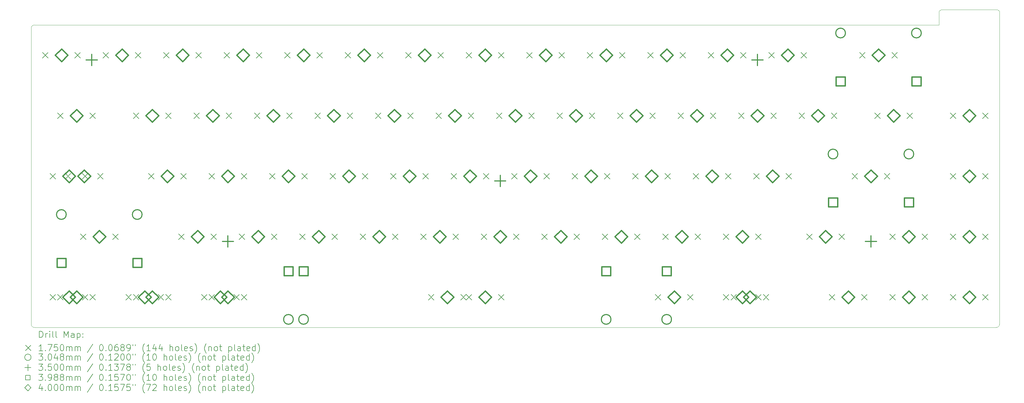
<source format=gbr>
%TF.GenerationSoftware,KiCad,Pcbnew,7.0.5*%
%TF.CreationDate,2023-09-15T18:16:32+08:00*%
%TF.ProjectId,Openero65,4f70656e-6572-46f3-9635-2e6b69636164,rev?*%
%TF.SameCoordinates,Original*%
%TF.FileFunction,Drillmap*%
%TF.FilePolarity,Positive*%
%FSLAX45Y45*%
G04 Gerber Fmt 4.5, Leading zero omitted, Abs format (unit mm)*
G04 Created by KiCad (PCBNEW 7.0.5) date 2023-09-15 18:16:32*
%MOMM*%
%LPD*%
G01*
G04 APERTURE LIST*
%ADD10C,0.100000*%
%ADD11C,0.200000*%
%ADD12C,0.175000*%
%ADD13C,0.304800*%
%ADD14C,0.350000*%
%ADD15C,0.398780*%
%ADD16C,0.400000*%
G04 APERTURE END LIST*
D10*
X34975700Y-17603500D02*
X4695700Y-17603500D01*
X33170700Y-8078500D02*
X4695700Y-8078500D01*
X4695700Y-8078500D02*
G75*
G03*
X4595700Y-8178500I0J-100000D01*
G01*
X35075700Y-7651500D02*
X35075700Y-17503500D01*
X4595700Y-17503500D02*
G75*
G03*
X4695700Y-17603500I100000J0D01*
G01*
X33170700Y-7651500D02*
X33170700Y-8078500D01*
X33170700Y-7651500D02*
X33228700Y-7593500D01*
X34975700Y-17603500D02*
G75*
G03*
X35075700Y-17503500I0J100000D01*
G01*
X35075700Y-7651500D02*
X35017700Y-7593500D01*
X4595700Y-8178500D02*
X4595700Y-17503500D01*
X35017700Y-7593500D02*
X33228700Y-7593500D01*
D11*
D12*
X4952700Y-8943500D02*
X5127700Y-9118500D01*
X5127700Y-8943500D02*
X4952700Y-9118500D01*
X5190900Y-12753500D02*
X5365900Y-12928500D01*
X5365900Y-12753500D02*
X5190900Y-12928500D01*
X5190900Y-16563500D02*
X5365900Y-16738500D01*
X5365900Y-16563500D02*
X5190900Y-16738500D01*
X5429000Y-10848500D02*
X5604000Y-11023500D01*
X5604000Y-10848500D02*
X5429000Y-11023500D01*
X5429000Y-16563500D02*
X5604000Y-16738500D01*
X5604000Y-16563500D02*
X5429000Y-16738500D01*
X5667100Y-12753500D02*
X5842100Y-12928500D01*
X5842100Y-12753500D02*
X5667100Y-12928500D01*
X5968700Y-8943500D02*
X6143700Y-9118500D01*
X6143700Y-8943500D02*
X5968700Y-9118500D01*
X6143400Y-14658500D02*
X6318400Y-14833500D01*
X6318400Y-14658500D02*
X6143400Y-14833500D01*
X6206900Y-12753500D02*
X6381900Y-12928500D01*
X6381900Y-12753500D02*
X6206900Y-12928500D01*
X6206900Y-16563500D02*
X6381900Y-16738500D01*
X6381900Y-16563500D02*
X6206900Y-16738500D01*
X6445000Y-10848500D02*
X6620000Y-11023500D01*
X6620000Y-10848500D02*
X6445000Y-11023500D01*
X6445000Y-16563500D02*
X6620000Y-16738500D01*
X6620000Y-16563500D02*
X6445000Y-16738500D01*
X6683100Y-12753500D02*
X6858100Y-12928500D01*
X6858100Y-12753500D02*
X6683100Y-12928500D01*
X6857700Y-8943500D02*
X7032700Y-9118500D01*
X7032700Y-8943500D02*
X6857700Y-9118500D01*
X7159400Y-14658500D02*
X7334400Y-14833500D01*
X7334400Y-14658500D02*
X7159400Y-14833500D01*
X7572200Y-16563500D02*
X7747200Y-16738500D01*
X7747200Y-16563500D02*
X7572200Y-16738500D01*
X7810300Y-10848500D02*
X7985300Y-11023500D01*
X7985300Y-10848500D02*
X7810300Y-11023500D01*
X7810300Y-16563500D02*
X7985300Y-16738500D01*
X7985300Y-16563500D02*
X7810300Y-16738500D01*
X7873700Y-8943500D02*
X8048700Y-9118500D01*
X8048700Y-8943500D02*
X7873700Y-9118500D01*
X8286500Y-12753500D02*
X8461500Y-12928500D01*
X8461500Y-12753500D02*
X8286500Y-12928500D01*
X8588200Y-16563500D02*
X8763200Y-16738500D01*
X8763200Y-16563500D02*
X8588200Y-16738500D01*
X8762700Y-8943500D02*
X8937700Y-9118500D01*
X8937700Y-8943500D02*
X8762700Y-9118500D01*
X8826300Y-10848500D02*
X9001300Y-11023500D01*
X9001300Y-10848500D02*
X8826300Y-11023500D01*
X8826300Y-16563500D02*
X9001300Y-16738500D01*
X9001300Y-16563500D02*
X8826300Y-16738500D01*
X9239100Y-14658500D02*
X9414100Y-14833500D01*
X9414100Y-14658500D02*
X9239100Y-14833500D01*
X9302500Y-12753500D02*
X9477500Y-12928500D01*
X9477500Y-12753500D02*
X9302500Y-12928500D01*
X9715300Y-10848500D02*
X9890300Y-11023500D01*
X9890300Y-10848500D02*
X9715300Y-11023500D01*
X9778700Y-8943500D02*
X9953700Y-9118500D01*
X9953700Y-8943500D02*
X9778700Y-9118500D01*
X9953500Y-16563500D02*
X10128500Y-16738500D01*
X10128500Y-16563500D02*
X9953500Y-16738500D01*
X10191500Y-12753500D02*
X10366500Y-12928500D01*
X10366500Y-12753500D02*
X10191500Y-12928500D01*
X10191600Y-16563500D02*
X10366600Y-16738500D01*
X10366600Y-16563500D02*
X10191600Y-16738500D01*
X10255100Y-14658500D02*
X10430100Y-14833500D01*
X10430100Y-14658500D02*
X10255100Y-14833500D01*
X10667700Y-8943500D02*
X10842700Y-9118500D01*
X10842700Y-8943500D02*
X10667700Y-9118500D01*
X10731300Y-10848500D02*
X10906300Y-11023500D01*
X10906300Y-10848500D02*
X10731300Y-11023500D01*
X10969500Y-16563500D02*
X11144500Y-16738500D01*
X11144500Y-16563500D02*
X10969500Y-16738500D01*
X11144100Y-14658500D02*
X11319100Y-14833500D01*
X11319100Y-14658500D02*
X11144100Y-14833500D01*
X11207500Y-12753500D02*
X11382500Y-12928500D01*
X11382500Y-12753500D02*
X11207500Y-12928500D01*
X11207600Y-16563500D02*
X11382600Y-16738500D01*
X11382600Y-16563500D02*
X11207600Y-16738500D01*
X11620300Y-10848500D02*
X11795300Y-11023500D01*
X11795300Y-10848500D02*
X11620300Y-11023500D01*
X11683700Y-8943500D02*
X11858700Y-9118500D01*
X11858700Y-8943500D02*
X11683700Y-9118500D01*
X12096500Y-12753500D02*
X12271500Y-12928500D01*
X12271500Y-12753500D02*
X12096500Y-12928500D01*
X12160100Y-14658500D02*
X12335100Y-14833500D01*
X12335100Y-14658500D02*
X12160100Y-14833500D01*
X12572700Y-8943500D02*
X12747700Y-9118500D01*
X12747700Y-8943500D02*
X12572700Y-9118500D01*
X12636300Y-10848500D02*
X12811300Y-11023500D01*
X12811300Y-10848500D02*
X12636300Y-11023500D01*
X13049100Y-14658500D02*
X13224100Y-14833500D01*
X13224100Y-14658500D02*
X13049100Y-14833500D01*
X13112500Y-12753500D02*
X13287500Y-12928500D01*
X13287500Y-12753500D02*
X13112500Y-12928500D01*
X13525300Y-10848500D02*
X13700300Y-11023500D01*
X13700300Y-10848500D02*
X13525300Y-11023500D01*
X13588700Y-8943500D02*
X13763700Y-9118500D01*
X13763700Y-8943500D02*
X13588700Y-9118500D01*
X14001500Y-12753500D02*
X14176500Y-12928500D01*
X14176500Y-12753500D02*
X14001500Y-12928500D01*
X14065100Y-14658500D02*
X14240100Y-14833500D01*
X14240100Y-14658500D02*
X14065100Y-14833500D01*
X14477700Y-8943500D02*
X14652700Y-9118500D01*
X14652700Y-8943500D02*
X14477700Y-9118500D01*
X14541300Y-10848500D02*
X14716300Y-11023500D01*
X14716300Y-10848500D02*
X14541300Y-11023500D01*
X14954100Y-14658500D02*
X15129100Y-14833500D01*
X15129100Y-14658500D02*
X14954100Y-14833500D01*
X15017500Y-12753500D02*
X15192500Y-12928500D01*
X15192500Y-12753500D02*
X15017500Y-12928500D01*
X15430300Y-10848500D02*
X15605300Y-11023500D01*
X15605300Y-10848500D02*
X15430300Y-11023500D01*
X15493700Y-8943500D02*
X15668700Y-9118500D01*
X15668700Y-8943500D02*
X15493700Y-9118500D01*
X15906500Y-12753500D02*
X16081500Y-12928500D01*
X16081500Y-12753500D02*
X15906500Y-12928500D01*
X15970100Y-14658500D02*
X16145100Y-14833500D01*
X16145100Y-14658500D02*
X15970100Y-14833500D01*
X16382700Y-8943500D02*
X16557700Y-9118500D01*
X16557700Y-8943500D02*
X16382700Y-9118500D01*
X16446300Y-10848500D02*
X16621300Y-11023500D01*
X16621300Y-10848500D02*
X16446300Y-11023500D01*
X16859100Y-14658500D02*
X17034100Y-14833500D01*
X17034100Y-14658500D02*
X16859100Y-14833500D01*
X16922500Y-12753500D02*
X17097500Y-12928500D01*
X17097500Y-12753500D02*
X16922500Y-12928500D01*
X17097200Y-16563500D02*
X17272200Y-16738500D01*
X17272200Y-16563500D02*
X17097200Y-16738500D01*
X17335300Y-10848500D02*
X17510300Y-11023500D01*
X17510300Y-10848500D02*
X17335300Y-11023500D01*
X17398700Y-8943500D02*
X17573700Y-9118500D01*
X17573700Y-8943500D02*
X17398700Y-9118500D01*
X17811500Y-12753500D02*
X17986500Y-12928500D01*
X17986500Y-12753500D02*
X17811500Y-12928500D01*
X17875100Y-14658500D02*
X18050100Y-14833500D01*
X18050100Y-14658500D02*
X17875100Y-14833500D01*
X18113200Y-16563500D02*
X18288200Y-16738500D01*
X18288200Y-16563500D02*
X18113200Y-16738500D01*
X18287700Y-8943500D02*
X18462700Y-9118500D01*
X18462700Y-8943500D02*
X18287700Y-9118500D01*
X18287900Y-16563500D02*
X18462900Y-16738500D01*
X18462900Y-16563500D02*
X18287900Y-16738500D01*
X18351300Y-10848500D02*
X18526300Y-11023500D01*
X18526300Y-10848500D02*
X18351300Y-11023500D01*
X18764100Y-14658500D02*
X18939100Y-14833500D01*
X18939100Y-14658500D02*
X18764100Y-14833500D01*
X18827500Y-12753500D02*
X19002500Y-12928500D01*
X19002500Y-12753500D02*
X18827500Y-12928500D01*
X19240300Y-10848500D02*
X19415300Y-11023500D01*
X19415300Y-10848500D02*
X19240300Y-11023500D01*
X19303700Y-8943500D02*
X19478700Y-9118500D01*
X19478700Y-8943500D02*
X19303700Y-9118500D01*
X19303900Y-16563500D02*
X19478900Y-16738500D01*
X19478900Y-16563500D02*
X19303900Y-16738500D01*
X19716500Y-12753500D02*
X19891500Y-12928500D01*
X19891500Y-12753500D02*
X19716500Y-12928500D01*
X19780100Y-14658500D02*
X19955100Y-14833500D01*
X19955100Y-14658500D02*
X19780100Y-14833500D01*
X20192700Y-8943500D02*
X20367700Y-9118500D01*
X20367700Y-8943500D02*
X20192700Y-9118500D01*
X20256300Y-10848500D02*
X20431300Y-11023500D01*
X20431300Y-10848500D02*
X20256300Y-11023500D01*
X20669100Y-14658500D02*
X20844100Y-14833500D01*
X20844100Y-14658500D02*
X20669100Y-14833500D01*
X20732500Y-12753500D02*
X20907500Y-12928500D01*
X20907500Y-12753500D02*
X20732500Y-12928500D01*
X21145300Y-10848500D02*
X21320300Y-11023500D01*
X21320300Y-10848500D02*
X21145300Y-11023500D01*
X21208700Y-8943500D02*
X21383700Y-9118500D01*
X21383700Y-8943500D02*
X21208700Y-9118500D01*
X21621500Y-12753500D02*
X21796500Y-12928500D01*
X21796500Y-12753500D02*
X21621500Y-12928500D01*
X21685100Y-14658500D02*
X21860100Y-14833500D01*
X21860100Y-14658500D02*
X21685100Y-14833500D01*
X22097700Y-8943500D02*
X22272700Y-9118500D01*
X22272700Y-8943500D02*
X22097700Y-9118500D01*
X22161300Y-10848500D02*
X22336300Y-11023500D01*
X22336300Y-10848500D02*
X22161300Y-11023500D01*
X22574100Y-14658500D02*
X22749100Y-14833500D01*
X22749100Y-14658500D02*
X22574100Y-14833500D01*
X22637500Y-12753500D02*
X22812500Y-12928500D01*
X22812500Y-12753500D02*
X22637500Y-12928500D01*
X23050300Y-10848500D02*
X23225300Y-11023500D01*
X23225300Y-10848500D02*
X23050300Y-11023500D01*
X23113700Y-8943500D02*
X23288700Y-9118500D01*
X23288700Y-8943500D02*
X23113700Y-9118500D01*
X23526500Y-12753500D02*
X23701500Y-12928500D01*
X23701500Y-12753500D02*
X23526500Y-12928500D01*
X23590100Y-14658500D02*
X23765100Y-14833500D01*
X23765100Y-14658500D02*
X23590100Y-14833500D01*
X24002700Y-8943500D02*
X24177700Y-9118500D01*
X24177700Y-8943500D02*
X24002700Y-9118500D01*
X24066300Y-10848500D02*
X24241300Y-11023500D01*
X24241300Y-10848500D02*
X24066300Y-11023500D01*
X24240900Y-16563500D02*
X24415900Y-16738500D01*
X24415900Y-16563500D02*
X24240900Y-16738500D01*
X24479100Y-14658500D02*
X24654100Y-14833500D01*
X24654100Y-14658500D02*
X24479100Y-14833500D01*
X24542500Y-12753500D02*
X24717500Y-12928500D01*
X24717500Y-12753500D02*
X24542500Y-12928500D01*
X24955300Y-10848500D02*
X25130300Y-11023500D01*
X25130300Y-10848500D02*
X24955300Y-11023500D01*
X25018700Y-8943500D02*
X25193700Y-9118500D01*
X25193700Y-8943500D02*
X25018700Y-9118500D01*
X25256900Y-16563500D02*
X25431900Y-16738500D01*
X25431900Y-16563500D02*
X25256900Y-16738500D01*
X25431500Y-12753500D02*
X25606500Y-12928500D01*
X25606500Y-12753500D02*
X25431500Y-12928500D01*
X25495100Y-14658500D02*
X25670100Y-14833500D01*
X25670100Y-14658500D02*
X25495100Y-14833500D01*
X25907700Y-8943500D02*
X26082700Y-9118500D01*
X26082700Y-8943500D02*
X25907700Y-9118500D01*
X25971300Y-10848500D02*
X26146300Y-11023500D01*
X26146300Y-10848500D02*
X25971300Y-11023500D01*
X26384100Y-14658500D02*
X26559100Y-14833500D01*
X26559100Y-14658500D02*
X26384100Y-14833500D01*
X26384200Y-16563500D02*
X26559200Y-16738500D01*
X26559200Y-16563500D02*
X26384200Y-16738500D01*
X26447500Y-12753500D02*
X26622500Y-12928500D01*
X26622500Y-12753500D02*
X26447500Y-12928500D01*
X26622100Y-16563500D02*
X26797100Y-16738500D01*
X26797100Y-16563500D02*
X26622100Y-16738500D01*
X26860300Y-10848500D02*
X27035300Y-11023500D01*
X27035300Y-10848500D02*
X26860300Y-11023500D01*
X26923700Y-8943500D02*
X27098700Y-9118500D01*
X27098700Y-8943500D02*
X26923700Y-9118500D01*
X27336500Y-12753500D02*
X27511500Y-12928500D01*
X27511500Y-12753500D02*
X27336500Y-12928500D01*
X27400100Y-14658500D02*
X27575100Y-14833500D01*
X27575100Y-14658500D02*
X27400100Y-14833500D01*
X27400200Y-16563500D02*
X27575200Y-16738500D01*
X27575200Y-16563500D02*
X27400200Y-16738500D01*
X27638100Y-16563500D02*
X27813100Y-16738500D01*
X27813100Y-16563500D02*
X27638100Y-16738500D01*
X27812700Y-8943500D02*
X27987700Y-9118500D01*
X27987700Y-8943500D02*
X27812700Y-9118500D01*
X27876300Y-10848500D02*
X28051300Y-11023500D01*
X28051300Y-10848500D02*
X27876300Y-11023500D01*
X28352500Y-12753500D02*
X28527500Y-12928500D01*
X28527500Y-12753500D02*
X28352500Y-12928500D01*
X28765300Y-10848500D02*
X28940300Y-11023500D01*
X28940300Y-10848500D02*
X28765300Y-11023500D01*
X28828700Y-8943500D02*
X29003700Y-9118500D01*
X29003700Y-8943500D02*
X28828700Y-9118500D01*
X29003500Y-14658500D02*
X29178500Y-14833500D01*
X29178500Y-14658500D02*
X29003500Y-14833500D01*
X29717700Y-16563500D02*
X29892700Y-16738500D01*
X29892700Y-16563500D02*
X29717700Y-16738500D01*
X29781300Y-10848500D02*
X29956300Y-11023500D01*
X29956300Y-10848500D02*
X29781300Y-11023500D01*
X30019500Y-14658500D02*
X30194500Y-14833500D01*
X30194500Y-14658500D02*
X30019500Y-14833500D01*
X30432200Y-12753500D02*
X30607200Y-12928500D01*
X30607200Y-12753500D02*
X30432200Y-12928500D01*
X30670200Y-8943500D02*
X30845200Y-9118500D01*
X30845200Y-8943500D02*
X30670200Y-9118500D01*
X30733700Y-16563500D02*
X30908700Y-16738500D01*
X30908700Y-16563500D02*
X30733700Y-16738500D01*
X31146600Y-10848500D02*
X31321600Y-11023500D01*
X31321600Y-10848500D02*
X31146600Y-11023500D01*
X31448200Y-12753500D02*
X31623200Y-12928500D01*
X31623200Y-12753500D02*
X31448200Y-12928500D01*
X31622700Y-14658500D02*
X31797700Y-14833500D01*
X31797700Y-14658500D02*
X31622700Y-14833500D01*
X31622700Y-16563500D02*
X31797700Y-16738500D01*
X31797700Y-16563500D02*
X31622700Y-16738500D01*
X31686200Y-8943500D02*
X31861200Y-9118500D01*
X31861200Y-8943500D02*
X31686200Y-9118500D01*
X32162600Y-10848500D02*
X32337600Y-11023500D01*
X32337600Y-10848500D02*
X32162600Y-11023500D01*
X32638700Y-14658500D02*
X32813700Y-14833500D01*
X32813700Y-14658500D02*
X32638700Y-14833500D01*
X32638700Y-16563500D02*
X32813700Y-16738500D01*
X32813700Y-16563500D02*
X32638700Y-16738500D01*
X33527700Y-10848500D02*
X33702700Y-11023500D01*
X33702700Y-10848500D02*
X33527700Y-11023500D01*
X33527700Y-12753500D02*
X33702700Y-12928500D01*
X33702700Y-12753500D02*
X33527700Y-12928500D01*
X33527700Y-14658500D02*
X33702700Y-14833500D01*
X33702700Y-14658500D02*
X33527700Y-14833500D01*
X33527700Y-16563500D02*
X33702700Y-16738500D01*
X33702700Y-16563500D02*
X33527700Y-16738500D01*
X34543700Y-10848500D02*
X34718700Y-11023500D01*
X34718700Y-10848500D02*
X34543700Y-11023500D01*
X34543700Y-12753500D02*
X34718700Y-12928500D01*
X34718700Y-12753500D02*
X34543700Y-12928500D01*
X34543700Y-14658500D02*
X34718700Y-14833500D01*
X34718700Y-14658500D02*
X34543700Y-14833500D01*
X34543700Y-16563500D02*
X34718700Y-16738500D01*
X34718700Y-16563500D02*
X34543700Y-16738500D01*
D13*
X5697500Y-14047500D02*
G75*
G03*
X5697500Y-14047500I-152400J0D01*
G01*
X8085100Y-14047500D02*
G75*
G03*
X8085100Y-14047500I-152400J0D01*
G01*
X12845100Y-17349500D02*
G75*
G03*
X12845100Y-17349500I-152400J0D01*
G01*
X13320800Y-17349500D02*
G75*
G03*
X13320800Y-17349500I-152400J0D01*
G01*
X22845100Y-17349500D02*
G75*
G03*
X22845100Y-17349500I-152400J0D01*
G01*
X24750800Y-17349500D02*
G75*
G03*
X24750800Y-17349500I-152400J0D01*
G01*
X29986300Y-12142500D02*
G75*
G03*
X29986300Y-12142500I-152400J0D01*
G01*
X30224300Y-8332500D02*
G75*
G03*
X30224300Y-8332500I-152400J0D01*
G01*
X32373900Y-12142500D02*
G75*
G03*
X32373900Y-12142500I-152400J0D01*
G01*
X32611900Y-8332500D02*
G75*
G03*
X32611900Y-8332500I-152400J0D01*
G01*
D14*
X6500700Y-9006000D02*
X6500700Y-9356000D01*
X6325700Y-9181000D02*
X6675700Y-9181000D01*
X10787100Y-14721000D02*
X10787100Y-15071000D01*
X10612100Y-14896000D02*
X10962100Y-14896000D01*
X19359500Y-12816000D02*
X19359500Y-13166000D01*
X19184500Y-12991000D02*
X19534500Y-12991000D01*
X27455700Y-9006000D02*
X27455700Y-9356000D01*
X27280700Y-9181000D02*
X27630700Y-9181000D01*
X31027700Y-14721000D02*
X31027700Y-15071000D01*
X30852700Y-14896000D02*
X31202700Y-14896000D01*
D15*
X5686091Y-15709491D02*
X5686091Y-15427509D01*
X5404109Y-15427509D01*
X5404109Y-15709491D01*
X5686091Y-15709491D01*
X8073691Y-15709491D02*
X8073691Y-15427509D01*
X7791709Y-15427509D01*
X7791709Y-15709491D01*
X8073691Y-15709491D01*
X12833691Y-15969491D02*
X12833691Y-15687509D01*
X12551709Y-15687509D01*
X12551709Y-15969491D01*
X12833691Y-15969491D01*
X13309391Y-15969491D02*
X13309391Y-15687509D01*
X13027409Y-15687509D01*
X13027409Y-15969491D01*
X13309391Y-15969491D01*
X22833691Y-15969491D02*
X22833691Y-15687509D01*
X22551709Y-15687509D01*
X22551709Y-15969491D01*
X22833691Y-15969491D01*
X24739391Y-15969491D02*
X24739391Y-15687509D01*
X24457409Y-15687509D01*
X24457409Y-15969491D01*
X24739391Y-15969491D01*
X29974891Y-13804491D02*
X29974891Y-13522509D01*
X29692909Y-13522509D01*
X29692909Y-13804491D01*
X29974891Y-13804491D01*
X30212891Y-9994491D02*
X30212891Y-9712509D01*
X29930909Y-9712509D01*
X29930909Y-9994491D01*
X30212891Y-9994491D01*
X32362491Y-13804491D02*
X32362491Y-13522509D01*
X32080509Y-13522509D01*
X32080509Y-13804491D01*
X32362491Y-13804491D01*
X32600491Y-9994491D02*
X32600491Y-9712509D01*
X32318509Y-9712509D01*
X32318509Y-9994491D01*
X32600491Y-9994491D01*
D16*
X5548200Y-9231000D02*
X5748200Y-9031000D01*
X5548200Y-8831000D01*
X5348200Y-9031000D01*
X5548200Y-9231000D01*
X5786400Y-13041000D02*
X5986400Y-12841000D01*
X5786400Y-12641000D01*
X5586400Y-12841000D01*
X5786400Y-13041000D01*
X5786400Y-16851000D02*
X5986400Y-16651000D01*
X5786400Y-16451000D01*
X5586400Y-16651000D01*
X5786400Y-16851000D01*
X6024500Y-11136000D02*
X6224500Y-10936000D01*
X6024500Y-10736000D01*
X5824500Y-10936000D01*
X6024500Y-11136000D01*
X6024500Y-16851000D02*
X6224500Y-16651000D01*
X6024500Y-16451000D01*
X5824500Y-16651000D01*
X6024500Y-16851000D01*
X6262600Y-13041000D02*
X6462600Y-12841000D01*
X6262600Y-12641000D01*
X6062600Y-12841000D01*
X6262600Y-13041000D01*
X6738900Y-14946000D02*
X6938900Y-14746000D01*
X6738900Y-14546000D01*
X6538900Y-14746000D01*
X6738900Y-14946000D01*
X7453200Y-9231000D02*
X7653200Y-9031000D01*
X7453200Y-8831000D01*
X7253200Y-9031000D01*
X7453200Y-9231000D01*
X8167700Y-16851000D02*
X8367700Y-16651000D01*
X8167700Y-16451000D01*
X7967700Y-16651000D01*
X8167700Y-16851000D01*
X8405800Y-11136000D02*
X8605800Y-10936000D01*
X8405800Y-10736000D01*
X8205800Y-10936000D01*
X8405800Y-11136000D01*
X8405800Y-16851000D02*
X8605800Y-16651000D01*
X8405800Y-16451000D01*
X8205800Y-16651000D01*
X8405800Y-16851000D01*
X8882000Y-13041000D02*
X9082000Y-12841000D01*
X8882000Y-12641000D01*
X8682000Y-12841000D01*
X8882000Y-13041000D01*
X9358200Y-9231000D02*
X9558200Y-9031000D01*
X9358200Y-8831000D01*
X9158200Y-9031000D01*
X9358200Y-9231000D01*
X9834600Y-14946000D02*
X10034600Y-14746000D01*
X9834600Y-14546000D01*
X9634600Y-14746000D01*
X9834600Y-14946000D01*
X10310800Y-11136000D02*
X10510800Y-10936000D01*
X10310800Y-10736000D01*
X10110800Y-10936000D01*
X10310800Y-11136000D01*
X10549000Y-16851000D02*
X10749000Y-16651000D01*
X10549000Y-16451000D01*
X10349000Y-16651000D01*
X10549000Y-16851000D01*
X10787000Y-13041000D02*
X10987000Y-12841000D01*
X10787000Y-12641000D01*
X10587000Y-12841000D01*
X10787000Y-13041000D01*
X10787100Y-16851000D02*
X10987100Y-16651000D01*
X10787100Y-16451000D01*
X10587100Y-16651000D01*
X10787100Y-16851000D01*
X11263200Y-9231000D02*
X11463200Y-9031000D01*
X11263200Y-8831000D01*
X11063200Y-9031000D01*
X11263200Y-9231000D01*
X11739600Y-14946000D02*
X11939600Y-14746000D01*
X11739600Y-14546000D01*
X11539600Y-14746000D01*
X11739600Y-14946000D01*
X12215800Y-11136000D02*
X12415800Y-10936000D01*
X12215800Y-10736000D01*
X12015800Y-10936000D01*
X12215800Y-11136000D01*
X12692000Y-13041000D02*
X12892000Y-12841000D01*
X12692000Y-12641000D01*
X12492000Y-12841000D01*
X12692000Y-13041000D01*
X13168200Y-9231000D02*
X13368200Y-9031000D01*
X13168200Y-8831000D01*
X12968200Y-9031000D01*
X13168200Y-9231000D01*
X13644600Y-14946000D02*
X13844600Y-14746000D01*
X13644600Y-14546000D01*
X13444600Y-14746000D01*
X13644600Y-14946000D01*
X14120800Y-11136000D02*
X14320800Y-10936000D01*
X14120800Y-10736000D01*
X13920800Y-10936000D01*
X14120800Y-11136000D01*
X14597000Y-13041000D02*
X14797000Y-12841000D01*
X14597000Y-12641000D01*
X14397000Y-12841000D01*
X14597000Y-13041000D01*
X15073200Y-9231000D02*
X15273200Y-9031000D01*
X15073200Y-8831000D01*
X14873200Y-9031000D01*
X15073200Y-9231000D01*
X15549600Y-14946000D02*
X15749600Y-14746000D01*
X15549600Y-14546000D01*
X15349600Y-14746000D01*
X15549600Y-14946000D01*
X16025800Y-11136000D02*
X16225800Y-10936000D01*
X16025800Y-10736000D01*
X15825800Y-10936000D01*
X16025800Y-11136000D01*
X16502000Y-13041000D02*
X16702000Y-12841000D01*
X16502000Y-12641000D01*
X16302000Y-12841000D01*
X16502000Y-13041000D01*
X16978200Y-9231000D02*
X17178200Y-9031000D01*
X16978200Y-8831000D01*
X16778200Y-9031000D01*
X16978200Y-9231000D01*
X17454600Y-14946000D02*
X17654600Y-14746000D01*
X17454600Y-14546000D01*
X17254600Y-14746000D01*
X17454600Y-14946000D01*
X17692700Y-16851000D02*
X17892700Y-16651000D01*
X17692700Y-16451000D01*
X17492700Y-16651000D01*
X17692700Y-16851000D01*
X17930800Y-11136000D02*
X18130800Y-10936000D01*
X17930800Y-10736000D01*
X17730800Y-10936000D01*
X17930800Y-11136000D01*
X18407000Y-13041000D02*
X18607000Y-12841000D01*
X18407000Y-12641000D01*
X18207000Y-12841000D01*
X18407000Y-13041000D01*
X18883200Y-9231000D02*
X19083200Y-9031000D01*
X18883200Y-8831000D01*
X18683200Y-9031000D01*
X18883200Y-9231000D01*
X18883400Y-16851000D02*
X19083400Y-16651000D01*
X18883400Y-16451000D01*
X18683400Y-16651000D01*
X18883400Y-16851000D01*
X19359600Y-14946000D02*
X19559600Y-14746000D01*
X19359600Y-14546000D01*
X19159600Y-14746000D01*
X19359600Y-14946000D01*
X19835800Y-11136000D02*
X20035800Y-10936000D01*
X19835800Y-10736000D01*
X19635800Y-10936000D01*
X19835800Y-11136000D01*
X20312000Y-13041000D02*
X20512000Y-12841000D01*
X20312000Y-12641000D01*
X20112000Y-12841000D01*
X20312000Y-13041000D01*
X20788200Y-9231000D02*
X20988200Y-9031000D01*
X20788200Y-8831000D01*
X20588200Y-9031000D01*
X20788200Y-9231000D01*
X21264600Y-14946000D02*
X21464600Y-14746000D01*
X21264600Y-14546000D01*
X21064600Y-14746000D01*
X21264600Y-14946000D01*
X21740800Y-11136000D02*
X21940800Y-10936000D01*
X21740800Y-10736000D01*
X21540800Y-10936000D01*
X21740800Y-11136000D01*
X22217000Y-13041000D02*
X22417000Y-12841000D01*
X22217000Y-12641000D01*
X22017000Y-12841000D01*
X22217000Y-13041000D01*
X22693200Y-9231000D02*
X22893200Y-9031000D01*
X22693200Y-8831000D01*
X22493200Y-9031000D01*
X22693200Y-9231000D01*
X23169600Y-14946000D02*
X23369600Y-14746000D01*
X23169600Y-14546000D01*
X22969600Y-14746000D01*
X23169600Y-14946000D01*
X23645800Y-11136000D02*
X23845800Y-10936000D01*
X23645800Y-10736000D01*
X23445800Y-10936000D01*
X23645800Y-11136000D01*
X24122000Y-13041000D02*
X24322000Y-12841000D01*
X24122000Y-12641000D01*
X23922000Y-12841000D01*
X24122000Y-13041000D01*
X24598200Y-9231000D02*
X24798200Y-9031000D01*
X24598200Y-8831000D01*
X24398200Y-9031000D01*
X24598200Y-9231000D01*
X24836400Y-16851000D02*
X25036400Y-16651000D01*
X24836400Y-16451000D01*
X24636400Y-16651000D01*
X24836400Y-16851000D01*
X25074600Y-14946000D02*
X25274600Y-14746000D01*
X25074600Y-14546000D01*
X24874600Y-14746000D01*
X25074600Y-14946000D01*
X25550800Y-11136000D02*
X25750800Y-10936000D01*
X25550800Y-10736000D01*
X25350800Y-10936000D01*
X25550800Y-11136000D01*
X26027000Y-13041000D02*
X26227000Y-12841000D01*
X26027000Y-12641000D01*
X25827000Y-12841000D01*
X26027000Y-13041000D01*
X26503200Y-9231000D02*
X26703200Y-9031000D01*
X26503200Y-8831000D01*
X26303200Y-9031000D01*
X26503200Y-9231000D01*
X26979600Y-14946000D02*
X27179600Y-14746000D01*
X26979600Y-14546000D01*
X26779600Y-14746000D01*
X26979600Y-14946000D01*
X26979700Y-16851000D02*
X27179700Y-16651000D01*
X26979700Y-16451000D01*
X26779700Y-16651000D01*
X26979700Y-16851000D01*
X27217600Y-16851000D02*
X27417600Y-16651000D01*
X27217600Y-16451000D01*
X27017600Y-16651000D01*
X27217600Y-16851000D01*
X27455800Y-11136000D02*
X27655800Y-10936000D01*
X27455800Y-10736000D01*
X27255800Y-10936000D01*
X27455800Y-11136000D01*
X27932000Y-13041000D02*
X28132000Y-12841000D01*
X27932000Y-12641000D01*
X27732000Y-12841000D01*
X27932000Y-13041000D01*
X28408200Y-9231000D02*
X28608200Y-9031000D01*
X28408200Y-8831000D01*
X28208200Y-9031000D01*
X28408200Y-9231000D01*
X29360800Y-11136000D02*
X29560800Y-10936000D01*
X29360800Y-10736000D01*
X29160800Y-10936000D01*
X29360800Y-11136000D01*
X29599000Y-14946000D02*
X29799000Y-14746000D01*
X29599000Y-14546000D01*
X29399000Y-14746000D01*
X29599000Y-14946000D01*
X30313200Y-16851000D02*
X30513200Y-16651000D01*
X30313200Y-16451000D01*
X30113200Y-16651000D01*
X30313200Y-16851000D01*
X31027700Y-13041000D02*
X31227700Y-12841000D01*
X31027700Y-12641000D01*
X30827700Y-12841000D01*
X31027700Y-13041000D01*
X31265700Y-9231000D02*
X31465700Y-9031000D01*
X31265700Y-8831000D01*
X31065700Y-9031000D01*
X31265700Y-9231000D01*
X31742100Y-11136000D02*
X31942100Y-10936000D01*
X31742100Y-10736000D01*
X31542100Y-10936000D01*
X31742100Y-11136000D01*
X32218200Y-14946000D02*
X32418200Y-14746000D01*
X32218200Y-14546000D01*
X32018200Y-14746000D01*
X32218200Y-14946000D01*
X32218200Y-16851000D02*
X32418200Y-16651000D01*
X32218200Y-16451000D01*
X32018200Y-16651000D01*
X32218200Y-16851000D01*
X34123200Y-11136000D02*
X34323200Y-10936000D01*
X34123200Y-10736000D01*
X33923200Y-10936000D01*
X34123200Y-11136000D01*
X34123200Y-13041000D02*
X34323200Y-12841000D01*
X34123200Y-12641000D01*
X33923200Y-12841000D01*
X34123200Y-13041000D01*
X34123200Y-14946000D02*
X34323200Y-14746000D01*
X34123200Y-14546000D01*
X33923200Y-14746000D01*
X34123200Y-14946000D01*
X34123200Y-16851000D02*
X34323200Y-16651000D01*
X34123200Y-16451000D01*
X33923200Y-16651000D01*
X34123200Y-16851000D01*
D11*
X4851477Y-17919984D02*
X4851477Y-17719984D01*
X4851477Y-17719984D02*
X4899096Y-17719984D01*
X4899096Y-17719984D02*
X4927667Y-17729508D01*
X4927667Y-17729508D02*
X4946715Y-17748555D01*
X4946715Y-17748555D02*
X4956239Y-17767603D01*
X4956239Y-17767603D02*
X4965763Y-17805698D01*
X4965763Y-17805698D02*
X4965763Y-17834270D01*
X4965763Y-17834270D02*
X4956239Y-17872365D01*
X4956239Y-17872365D02*
X4946715Y-17891412D01*
X4946715Y-17891412D02*
X4927667Y-17910460D01*
X4927667Y-17910460D02*
X4899096Y-17919984D01*
X4899096Y-17919984D02*
X4851477Y-17919984D01*
X5051477Y-17919984D02*
X5051477Y-17786650D01*
X5051477Y-17824746D02*
X5061001Y-17805698D01*
X5061001Y-17805698D02*
X5070524Y-17796174D01*
X5070524Y-17796174D02*
X5089572Y-17786650D01*
X5089572Y-17786650D02*
X5108620Y-17786650D01*
X5175286Y-17919984D02*
X5175286Y-17786650D01*
X5175286Y-17719984D02*
X5165763Y-17729508D01*
X5165763Y-17729508D02*
X5175286Y-17739031D01*
X5175286Y-17739031D02*
X5184810Y-17729508D01*
X5184810Y-17729508D02*
X5175286Y-17719984D01*
X5175286Y-17719984D02*
X5175286Y-17739031D01*
X5299096Y-17919984D02*
X5280048Y-17910460D01*
X5280048Y-17910460D02*
X5270524Y-17891412D01*
X5270524Y-17891412D02*
X5270524Y-17719984D01*
X5403858Y-17919984D02*
X5384810Y-17910460D01*
X5384810Y-17910460D02*
X5375286Y-17891412D01*
X5375286Y-17891412D02*
X5375286Y-17719984D01*
X5632429Y-17919984D02*
X5632429Y-17719984D01*
X5632429Y-17719984D02*
X5699096Y-17862841D01*
X5699096Y-17862841D02*
X5765762Y-17719984D01*
X5765762Y-17719984D02*
X5765762Y-17919984D01*
X5946715Y-17919984D02*
X5946715Y-17815222D01*
X5946715Y-17815222D02*
X5937191Y-17796174D01*
X5937191Y-17796174D02*
X5918143Y-17786650D01*
X5918143Y-17786650D02*
X5880048Y-17786650D01*
X5880048Y-17786650D02*
X5861001Y-17796174D01*
X5946715Y-17910460D02*
X5927667Y-17919984D01*
X5927667Y-17919984D02*
X5880048Y-17919984D01*
X5880048Y-17919984D02*
X5861001Y-17910460D01*
X5861001Y-17910460D02*
X5851477Y-17891412D01*
X5851477Y-17891412D02*
X5851477Y-17872365D01*
X5851477Y-17872365D02*
X5861001Y-17853317D01*
X5861001Y-17853317D02*
X5880048Y-17843793D01*
X5880048Y-17843793D02*
X5927667Y-17843793D01*
X5927667Y-17843793D02*
X5946715Y-17834270D01*
X6041953Y-17786650D02*
X6041953Y-17986650D01*
X6041953Y-17796174D02*
X6061001Y-17786650D01*
X6061001Y-17786650D02*
X6099096Y-17786650D01*
X6099096Y-17786650D02*
X6118143Y-17796174D01*
X6118143Y-17796174D02*
X6127667Y-17805698D01*
X6127667Y-17805698D02*
X6137191Y-17824746D01*
X6137191Y-17824746D02*
X6137191Y-17881889D01*
X6137191Y-17881889D02*
X6127667Y-17900936D01*
X6127667Y-17900936D02*
X6118143Y-17910460D01*
X6118143Y-17910460D02*
X6099096Y-17919984D01*
X6099096Y-17919984D02*
X6061001Y-17919984D01*
X6061001Y-17919984D02*
X6041953Y-17910460D01*
X6222905Y-17900936D02*
X6232429Y-17910460D01*
X6232429Y-17910460D02*
X6222905Y-17919984D01*
X6222905Y-17919984D02*
X6213382Y-17910460D01*
X6213382Y-17910460D02*
X6222905Y-17900936D01*
X6222905Y-17900936D02*
X6222905Y-17919984D01*
X6222905Y-17796174D02*
X6232429Y-17805698D01*
X6232429Y-17805698D02*
X6222905Y-17815222D01*
X6222905Y-17815222D02*
X6213382Y-17805698D01*
X6213382Y-17805698D02*
X6222905Y-17796174D01*
X6222905Y-17796174D02*
X6222905Y-17815222D01*
D12*
X4415700Y-18161000D02*
X4590700Y-18336000D01*
X4590700Y-18161000D02*
X4415700Y-18336000D01*
D11*
X4956239Y-18339984D02*
X4841953Y-18339984D01*
X4899096Y-18339984D02*
X4899096Y-18139984D01*
X4899096Y-18139984D02*
X4880048Y-18168555D01*
X4880048Y-18168555D02*
X4861001Y-18187603D01*
X4861001Y-18187603D02*
X4841953Y-18197127D01*
X5041953Y-18320936D02*
X5051477Y-18330460D01*
X5051477Y-18330460D02*
X5041953Y-18339984D01*
X5041953Y-18339984D02*
X5032429Y-18330460D01*
X5032429Y-18330460D02*
X5041953Y-18320936D01*
X5041953Y-18320936D02*
X5041953Y-18339984D01*
X5118144Y-18139984D02*
X5251477Y-18139984D01*
X5251477Y-18139984D02*
X5165763Y-18339984D01*
X5422905Y-18139984D02*
X5327667Y-18139984D01*
X5327667Y-18139984D02*
X5318144Y-18235222D01*
X5318144Y-18235222D02*
X5327667Y-18225698D01*
X5327667Y-18225698D02*
X5346715Y-18216174D01*
X5346715Y-18216174D02*
X5394334Y-18216174D01*
X5394334Y-18216174D02*
X5413382Y-18225698D01*
X5413382Y-18225698D02*
X5422905Y-18235222D01*
X5422905Y-18235222D02*
X5432429Y-18254270D01*
X5432429Y-18254270D02*
X5432429Y-18301889D01*
X5432429Y-18301889D02*
X5422905Y-18320936D01*
X5422905Y-18320936D02*
X5413382Y-18330460D01*
X5413382Y-18330460D02*
X5394334Y-18339984D01*
X5394334Y-18339984D02*
X5346715Y-18339984D01*
X5346715Y-18339984D02*
X5327667Y-18330460D01*
X5327667Y-18330460D02*
X5318144Y-18320936D01*
X5556239Y-18139984D02*
X5575286Y-18139984D01*
X5575286Y-18139984D02*
X5594334Y-18149508D01*
X5594334Y-18149508D02*
X5603858Y-18159031D01*
X5603858Y-18159031D02*
X5613382Y-18178079D01*
X5613382Y-18178079D02*
X5622905Y-18216174D01*
X5622905Y-18216174D02*
X5622905Y-18263793D01*
X5622905Y-18263793D02*
X5613382Y-18301889D01*
X5613382Y-18301889D02*
X5603858Y-18320936D01*
X5603858Y-18320936D02*
X5594334Y-18330460D01*
X5594334Y-18330460D02*
X5575286Y-18339984D01*
X5575286Y-18339984D02*
X5556239Y-18339984D01*
X5556239Y-18339984D02*
X5537191Y-18330460D01*
X5537191Y-18330460D02*
X5527667Y-18320936D01*
X5527667Y-18320936D02*
X5518144Y-18301889D01*
X5518144Y-18301889D02*
X5508620Y-18263793D01*
X5508620Y-18263793D02*
X5508620Y-18216174D01*
X5508620Y-18216174D02*
X5518144Y-18178079D01*
X5518144Y-18178079D02*
X5527667Y-18159031D01*
X5527667Y-18159031D02*
X5537191Y-18149508D01*
X5537191Y-18149508D02*
X5556239Y-18139984D01*
X5708620Y-18339984D02*
X5708620Y-18206650D01*
X5708620Y-18225698D02*
X5718143Y-18216174D01*
X5718143Y-18216174D02*
X5737191Y-18206650D01*
X5737191Y-18206650D02*
X5765763Y-18206650D01*
X5765763Y-18206650D02*
X5784810Y-18216174D01*
X5784810Y-18216174D02*
X5794334Y-18235222D01*
X5794334Y-18235222D02*
X5794334Y-18339984D01*
X5794334Y-18235222D02*
X5803858Y-18216174D01*
X5803858Y-18216174D02*
X5822905Y-18206650D01*
X5822905Y-18206650D02*
X5851477Y-18206650D01*
X5851477Y-18206650D02*
X5870524Y-18216174D01*
X5870524Y-18216174D02*
X5880048Y-18235222D01*
X5880048Y-18235222D02*
X5880048Y-18339984D01*
X5975286Y-18339984D02*
X5975286Y-18206650D01*
X5975286Y-18225698D02*
X5984810Y-18216174D01*
X5984810Y-18216174D02*
X6003858Y-18206650D01*
X6003858Y-18206650D02*
X6032429Y-18206650D01*
X6032429Y-18206650D02*
X6051477Y-18216174D01*
X6051477Y-18216174D02*
X6061001Y-18235222D01*
X6061001Y-18235222D02*
X6061001Y-18339984D01*
X6061001Y-18235222D02*
X6070524Y-18216174D01*
X6070524Y-18216174D02*
X6089572Y-18206650D01*
X6089572Y-18206650D02*
X6118143Y-18206650D01*
X6118143Y-18206650D02*
X6137191Y-18216174D01*
X6137191Y-18216174D02*
X6146715Y-18235222D01*
X6146715Y-18235222D02*
X6146715Y-18339984D01*
X6537191Y-18130460D02*
X6365763Y-18387603D01*
X6794334Y-18139984D02*
X6813382Y-18139984D01*
X6813382Y-18139984D02*
X6832429Y-18149508D01*
X6832429Y-18149508D02*
X6841953Y-18159031D01*
X6841953Y-18159031D02*
X6851477Y-18178079D01*
X6851477Y-18178079D02*
X6861001Y-18216174D01*
X6861001Y-18216174D02*
X6861001Y-18263793D01*
X6861001Y-18263793D02*
X6851477Y-18301889D01*
X6851477Y-18301889D02*
X6841953Y-18320936D01*
X6841953Y-18320936D02*
X6832429Y-18330460D01*
X6832429Y-18330460D02*
X6813382Y-18339984D01*
X6813382Y-18339984D02*
X6794334Y-18339984D01*
X6794334Y-18339984D02*
X6775286Y-18330460D01*
X6775286Y-18330460D02*
X6765763Y-18320936D01*
X6765763Y-18320936D02*
X6756239Y-18301889D01*
X6756239Y-18301889D02*
X6746715Y-18263793D01*
X6746715Y-18263793D02*
X6746715Y-18216174D01*
X6746715Y-18216174D02*
X6756239Y-18178079D01*
X6756239Y-18178079D02*
X6765763Y-18159031D01*
X6765763Y-18159031D02*
X6775286Y-18149508D01*
X6775286Y-18149508D02*
X6794334Y-18139984D01*
X6946715Y-18320936D02*
X6956239Y-18330460D01*
X6956239Y-18330460D02*
X6946715Y-18339984D01*
X6946715Y-18339984D02*
X6937191Y-18330460D01*
X6937191Y-18330460D02*
X6946715Y-18320936D01*
X6946715Y-18320936D02*
X6946715Y-18339984D01*
X7080048Y-18139984D02*
X7099096Y-18139984D01*
X7099096Y-18139984D02*
X7118144Y-18149508D01*
X7118144Y-18149508D02*
X7127667Y-18159031D01*
X7127667Y-18159031D02*
X7137191Y-18178079D01*
X7137191Y-18178079D02*
X7146715Y-18216174D01*
X7146715Y-18216174D02*
X7146715Y-18263793D01*
X7146715Y-18263793D02*
X7137191Y-18301889D01*
X7137191Y-18301889D02*
X7127667Y-18320936D01*
X7127667Y-18320936D02*
X7118144Y-18330460D01*
X7118144Y-18330460D02*
X7099096Y-18339984D01*
X7099096Y-18339984D02*
X7080048Y-18339984D01*
X7080048Y-18339984D02*
X7061001Y-18330460D01*
X7061001Y-18330460D02*
X7051477Y-18320936D01*
X7051477Y-18320936D02*
X7041953Y-18301889D01*
X7041953Y-18301889D02*
X7032429Y-18263793D01*
X7032429Y-18263793D02*
X7032429Y-18216174D01*
X7032429Y-18216174D02*
X7041953Y-18178079D01*
X7041953Y-18178079D02*
X7051477Y-18159031D01*
X7051477Y-18159031D02*
X7061001Y-18149508D01*
X7061001Y-18149508D02*
X7080048Y-18139984D01*
X7318144Y-18139984D02*
X7280048Y-18139984D01*
X7280048Y-18139984D02*
X7261001Y-18149508D01*
X7261001Y-18149508D02*
X7251477Y-18159031D01*
X7251477Y-18159031D02*
X7232429Y-18187603D01*
X7232429Y-18187603D02*
X7222906Y-18225698D01*
X7222906Y-18225698D02*
X7222906Y-18301889D01*
X7222906Y-18301889D02*
X7232429Y-18320936D01*
X7232429Y-18320936D02*
X7241953Y-18330460D01*
X7241953Y-18330460D02*
X7261001Y-18339984D01*
X7261001Y-18339984D02*
X7299096Y-18339984D01*
X7299096Y-18339984D02*
X7318144Y-18330460D01*
X7318144Y-18330460D02*
X7327667Y-18320936D01*
X7327667Y-18320936D02*
X7337191Y-18301889D01*
X7337191Y-18301889D02*
X7337191Y-18254270D01*
X7337191Y-18254270D02*
X7327667Y-18235222D01*
X7327667Y-18235222D02*
X7318144Y-18225698D01*
X7318144Y-18225698D02*
X7299096Y-18216174D01*
X7299096Y-18216174D02*
X7261001Y-18216174D01*
X7261001Y-18216174D02*
X7241953Y-18225698D01*
X7241953Y-18225698D02*
X7232429Y-18235222D01*
X7232429Y-18235222D02*
X7222906Y-18254270D01*
X7451477Y-18225698D02*
X7432429Y-18216174D01*
X7432429Y-18216174D02*
X7422906Y-18206650D01*
X7422906Y-18206650D02*
X7413382Y-18187603D01*
X7413382Y-18187603D02*
X7413382Y-18178079D01*
X7413382Y-18178079D02*
X7422906Y-18159031D01*
X7422906Y-18159031D02*
X7432429Y-18149508D01*
X7432429Y-18149508D02*
X7451477Y-18139984D01*
X7451477Y-18139984D02*
X7489572Y-18139984D01*
X7489572Y-18139984D02*
X7508620Y-18149508D01*
X7508620Y-18149508D02*
X7518144Y-18159031D01*
X7518144Y-18159031D02*
X7527667Y-18178079D01*
X7527667Y-18178079D02*
X7527667Y-18187603D01*
X7527667Y-18187603D02*
X7518144Y-18206650D01*
X7518144Y-18206650D02*
X7508620Y-18216174D01*
X7508620Y-18216174D02*
X7489572Y-18225698D01*
X7489572Y-18225698D02*
X7451477Y-18225698D01*
X7451477Y-18225698D02*
X7432429Y-18235222D01*
X7432429Y-18235222D02*
X7422906Y-18244746D01*
X7422906Y-18244746D02*
X7413382Y-18263793D01*
X7413382Y-18263793D02*
X7413382Y-18301889D01*
X7413382Y-18301889D02*
X7422906Y-18320936D01*
X7422906Y-18320936D02*
X7432429Y-18330460D01*
X7432429Y-18330460D02*
X7451477Y-18339984D01*
X7451477Y-18339984D02*
X7489572Y-18339984D01*
X7489572Y-18339984D02*
X7508620Y-18330460D01*
X7508620Y-18330460D02*
X7518144Y-18320936D01*
X7518144Y-18320936D02*
X7527667Y-18301889D01*
X7527667Y-18301889D02*
X7527667Y-18263793D01*
X7527667Y-18263793D02*
X7518144Y-18244746D01*
X7518144Y-18244746D02*
X7508620Y-18235222D01*
X7508620Y-18235222D02*
X7489572Y-18225698D01*
X7622906Y-18339984D02*
X7661001Y-18339984D01*
X7661001Y-18339984D02*
X7680048Y-18330460D01*
X7680048Y-18330460D02*
X7689572Y-18320936D01*
X7689572Y-18320936D02*
X7708620Y-18292365D01*
X7708620Y-18292365D02*
X7718144Y-18254270D01*
X7718144Y-18254270D02*
X7718144Y-18178079D01*
X7718144Y-18178079D02*
X7708620Y-18159031D01*
X7708620Y-18159031D02*
X7699096Y-18149508D01*
X7699096Y-18149508D02*
X7680048Y-18139984D01*
X7680048Y-18139984D02*
X7641953Y-18139984D01*
X7641953Y-18139984D02*
X7622906Y-18149508D01*
X7622906Y-18149508D02*
X7613382Y-18159031D01*
X7613382Y-18159031D02*
X7603858Y-18178079D01*
X7603858Y-18178079D02*
X7603858Y-18225698D01*
X7603858Y-18225698D02*
X7613382Y-18244746D01*
X7613382Y-18244746D02*
X7622906Y-18254270D01*
X7622906Y-18254270D02*
X7641953Y-18263793D01*
X7641953Y-18263793D02*
X7680048Y-18263793D01*
X7680048Y-18263793D02*
X7699096Y-18254270D01*
X7699096Y-18254270D02*
X7708620Y-18244746D01*
X7708620Y-18244746D02*
X7718144Y-18225698D01*
X7794334Y-18139984D02*
X7794334Y-18178079D01*
X7870525Y-18139984D02*
X7870525Y-18178079D01*
X8165763Y-18416174D02*
X8156239Y-18406650D01*
X8156239Y-18406650D02*
X8137191Y-18378079D01*
X8137191Y-18378079D02*
X8127668Y-18359031D01*
X8127668Y-18359031D02*
X8118144Y-18330460D01*
X8118144Y-18330460D02*
X8108620Y-18282841D01*
X8108620Y-18282841D02*
X8108620Y-18244746D01*
X8108620Y-18244746D02*
X8118144Y-18197127D01*
X8118144Y-18197127D02*
X8127668Y-18168555D01*
X8127668Y-18168555D02*
X8137191Y-18149508D01*
X8137191Y-18149508D02*
X8156239Y-18120936D01*
X8156239Y-18120936D02*
X8165763Y-18111412D01*
X8346715Y-18339984D02*
X8232429Y-18339984D01*
X8289572Y-18339984D02*
X8289572Y-18139984D01*
X8289572Y-18139984D02*
X8270525Y-18168555D01*
X8270525Y-18168555D02*
X8251477Y-18187603D01*
X8251477Y-18187603D02*
X8232429Y-18197127D01*
X8518144Y-18206650D02*
X8518144Y-18339984D01*
X8470525Y-18130460D02*
X8422906Y-18273317D01*
X8422906Y-18273317D02*
X8546715Y-18273317D01*
X8708620Y-18206650D02*
X8708620Y-18339984D01*
X8661001Y-18130460D02*
X8613382Y-18273317D01*
X8613382Y-18273317D02*
X8737191Y-18273317D01*
X8965763Y-18339984D02*
X8965763Y-18139984D01*
X9051477Y-18339984D02*
X9051477Y-18235222D01*
X9051477Y-18235222D02*
X9041953Y-18216174D01*
X9041953Y-18216174D02*
X9022906Y-18206650D01*
X9022906Y-18206650D02*
X8994334Y-18206650D01*
X8994334Y-18206650D02*
X8975287Y-18216174D01*
X8975287Y-18216174D02*
X8965763Y-18225698D01*
X9175287Y-18339984D02*
X9156239Y-18330460D01*
X9156239Y-18330460D02*
X9146715Y-18320936D01*
X9146715Y-18320936D02*
X9137192Y-18301889D01*
X9137192Y-18301889D02*
X9137192Y-18244746D01*
X9137192Y-18244746D02*
X9146715Y-18225698D01*
X9146715Y-18225698D02*
X9156239Y-18216174D01*
X9156239Y-18216174D02*
X9175287Y-18206650D01*
X9175287Y-18206650D02*
X9203858Y-18206650D01*
X9203858Y-18206650D02*
X9222906Y-18216174D01*
X9222906Y-18216174D02*
X9232430Y-18225698D01*
X9232430Y-18225698D02*
X9241953Y-18244746D01*
X9241953Y-18244746D02*
X9241953Y-18301889D01*
X9241953Y-18301889D02*
X9232430Y-18320936D01*
X9232430Y-18320936D02*
X9222906Y-18330460D01*
X9222906Y-18330460D02*
X9203858Y-18339984D01*
X9203858Y-18339984D02*
X9175287Y-18339984D01*
X9356239Y-18339984D02*
X9337192Y-18330460D01*
X9337192Y-18330460D02*
X9327668Y-18311412D01*
X9327668Y-18311412D02*
X9327668Y-18139984D01*
X9508620Y-18330460D02*
X9489573Y-18339984D01*
X9489573Y-18339984D02*
X9451477Y-18339984D01*
X9451477Y-18339984D02*
X9432430Y-18330460D01*
X9432430Y-18330460D02*
X9422906Y-18311412D01*
X9422906Y-18311412D02*
X9422906Y-18235222D01*
X9422906Y-18235222D02*
X9432430Y-18216174D01*
X9432430Y-18216174D02*
X9451477Y-18206650D01*
X9451477Y-18206650D02*
X9489573Y-18206650D01*
X9489573Y-18206650D02*
X9508620Y-18216174D01*
X9508620Y-18216174D02*
X9518144Y-18235222D01*
X9518144Y-18235222D02*
X9518144Y-18254270D01*
X9518144Y-18254270D02*
X9422906Y-18273317D01*
X9594334Y-18330460D02*
X9613382Y-18339984D01*
X9613382Y-18339984D02*
X9651477Y-18339984D01*
X9651477Y-18339984D02*
X9670525Y-18330460D01*
X9670525Y-18330460D02*
X9680049Y-18311412D01*
X9680049Y-18311412D02*
X9680049Y-18301889D01*
X9680049Y-18301889D02*
X9670525Y-18282841D01*
X9670525Y-18282841D02*
X9651477Y-18273317D01*
X9651477Y-18273317D02*
X9622906Y-18273317D01*
X9622906Y-18273317D02*
X9603858Y-18263793D01*
X9603858Y-18263793D02*
X9594334Y-18244746D01*
X9594334Y-18244746D02*
X9594334Y-18235222D01*
X9594334Y-18235222D02*
X9603858Y-18216174D01*
X9603858Y-18216174D02*
X9622906Y-18206650D01*
X9622906Y-18206650D02*
X9651477Y-18206650D01*
X9651477Y-18206650D02*
X9670525Y-18216174D01*
X9746715Y-18416174D02*
X9756239Y-18406650D01*
X9756239Y-18406650D02*
X9775287Y-18378079D01*
X9775287Y-18378079D02*
X9784811Y-18359031D01*
X9784811Y-18359031D02*
X9794334Y-18330460D01*
X9794334Y-18330460D02*
X9803858Y-18282841D01*
X9803858Y-18282841D02*
X9803858Y-18244746D01*
X9803858Y-18244746D02*
X9794334Y-18197127D01*
X9794334Y-18197127D02*
X9784811Y-18168555D01*
X9784811Y-18168555D02*
X9775287Y-18149508D01*
X9775287Y-18149508D02*
X9756239Y-18120936D01*
X9756239Y-18120936D02*
X9746715Y-18111412D01*
X10108620Y-18416174D02*
X10099096Y-18406650D01*
X10099096Y-18406650D02*
X10080049Y-18378079D01*
X10080049Y-18378079D02*
X10070525Y-18359031D01*
X10070525Y-18359031D02*
X10061001Y-18330460D01*
X10061001Y-18330460D02*
X10051477Y-18282841D01*
X10051477Y-18282841D02*
X10051477Y-18244746D01*
X10051477Y-18244746D02*
X10061001Y-18197127D01*
X10061001Y-18197127D02*
X10070525Y-18168555D01*
X10070525Y-18168555D02*
X10080049Y-18149508D01*
X10080049Y-18149508D02*
X10099096Y-18120936D01*
X10099096Y-18120936D02*
X10108620Y-18111412D01*
X10184811Y-18206650D02*
X10184811Y-18339984D01*
X10184811Y-18225698D02*
X10194334Y-18216174D01*
X10194334Y-18216174D02*
X10213382Y-18206650D01*
X10213382Y-18206650D02*
X10241954Y-18206650D01*
X10241954Y-18206650D02*
X10261001Y-18216174D01*
X10261001Y-18216174D02*
X10270525Y-18235222D01*
X10270525Y-18235222D02*
X10270525Y-18339984D01*
X10394334Y-18339984D02*
X10375287Y-18330460D01*
X10375287Y-18330460D02*
X10365763Y-18320936D01*
X10365763Y-18320936D02*
X10356239Y-18301889D01*
X10356239Y-18301889D02*
X10356239Y-18244746D01*
X10356239Y-18244746D02*
X10365763Y-18225698D01*
X10365763Y-18225698D02*
X10375287Y-18216174D01*
X10375287Y-18216174D02*
X10394334Y-18206650D01*
X10394334Y-18206650D02*
X10422906Y-18206650D01*
X10422906Y-18206650D02*
X10441954Y-18216174D01*
X10441954Y-18216174D02*
X10451477Y-18225698D01*
X10451477Y-18225698D02*
X10461001Y-18244746D01*
X10461001Y-18244746D02*
X10461001Y-18301889D01*
X10461001Y-18301889D02*
X10451477Y-18320936D01*
X10451477Y-18320936D02*
X10441954Y-18330460D01*
X10441954Y-18330460D02*
X10422906Y-18339984D01*
X10422906Y-18339984D02*
X10394334Y-18339984D01*
X10518144Y-18206650D02*
X10594334Y-18206650D01*
X10546715Y-18139984D02*
X10546715Y-18311412D01*
X10546715Y-18311412D02*
X10556239Y-18330460D01*
X10556239Y-18330460D02*
X10575287Y-18339984D01*
X10575287Y-18339984D02*
X10594334Y-18339984D01*
X10813382Y-18206650D02*
X10813382Y-18406650D01*
X10813382Y-18216174D02*
X10832430Y-18206650D01*
X10832430Y-18206650D02*
X10870525Y-18206650D01*
X10870525Y-18206650D02*
X10889573Y-18216174D01*
X10889573Y-18216174D02*
X10899096Y-18225698D01*
X10899096Y-18225698D02*
X10908620Y-18244746D01*
X10908620Y-18244746D02*
X10908620Y-18301889D01*
X10908620Y-18301889D02*
X10899096Y-18320936D01*
X10899096Y-18320936D02*
X10889573Y-18330460D01*
X10889573Y-18330460D02*
X10870525Y-18339984D01*
X10870525Y-18339984D02*
X10832430Y-18339984D01*
X10832430Y-18339984D02*
X10813382Y-18330460D01*
X11022906Y-18339984D02*
X11003858Y-18330460D01*
X11003858Y-18330460D02*
X10994335Y-18311412D01*
X10994335Y-18311412D02*
X10994335Y-18139984D01*
X11184811Y-18339984D02*
X11184811Y-18235222D01*
X11184811Y-18235222D02*
X11175287Y-18216174D01*
X11175287Y-18216174D02*
X11156239Y-18206650D01*
X11156239Y-18206650D02*
X11118144Y-18206650D01*
X11118144Y-18206650D02*
X11099096Y-18216174D01*
X11184811Y-18330460D02*
X11165763Y-18339984D01*
X11165763Y-18339984D02*
X11118144Y-18339984D01*
X11118144Y-18339984D02*
X11099096Y-18330460D01*
X11099096Y-18330460D02*
X11089573Y-18311412D01*
X11089573Y-18311412D02*
X11089573Y-18292365D01*
X11089573Y-18292365D02*
X11099096Y-18273317D01*
X11099096Y-18273317D02*
X11118144Y-18263793D01*
X11118144Y-18263793D02*
X11165763Y-18263793D01*
X11165763Y-18263793D02*
X11184811Y-18254270D01*
X11251477Y-18206650D02*
X11327668Y-18206650D01*
X11280049Y-18139984D02*
X11280049Y-18311412D01*
X11280049Y-18311412D02*
X11289573Y-18330460D01*
X11289573Y-18330460D02*
X11308620Y-18339984D01*
X11308620Y-18339984D02*
X11327668Y-18339984D01*
X11470525Y-18330460D02*
X11451477Y-18339984D01*
X11451477Y-18339984D02*
X11413382Y-18339984D01*
X11413382Y-18339984D02*
X11394334Y-18330460D01*
X11394334Y-18330460D02*
X11384811Y-18311412D01*
X11384811Y-18311412D02*
X11384811Y-18235222D01*
X11384811Y-18235222D02*
X11394334Y-18216174D01*
X11394334Y-18216174D02*
X11413382Y-18206650D01*
X11413382Y-18206650D02*
X11451477Y-18206650D01*
X11451477Y-18206650D02*
X11470525Y-18216174D01*
X11470525Y-18216174D02*
X11480049Y-18235222D01*
X11480049Y-18235222D02*
X11480049Y-18254270D01*
X11480049Y-18254270D02*
X11384811Y-18273317D01*
X11651477Y-18339984D02*
X11651477Y-18139984D01*
X11651477Y-18330460D02*
X11632430Y-18339984D01*
X11632430Y-18339984D02*
X11594334Y-18339984D01*
X11594334Y-18339984D02*
X11575287Y-18330460D01*
X11575287Y-18330460D02*
X11565763Y-18320936D01*
X11565763Y-18320936D02*
X11556239Y-18301889D01*
X11556239Y-18301889D02*
X11556239Y-18244746D01*
X11556239Y-18244746D02*
X11565763Y-18225698D01*
X11565763Y-18225698D02*
X11575287Y-18216174D01*
X11575287Y-18216174D02*
X11594334Y-18206650D01*
X11594334Y-18206650D02*
X11632430Y-18206650D01*
X11632430Y-18206650D02*
X11651477Y-18216174D01*
X11727668Y-18416174D02*
X11737192Y-18406650D01*
X11737192Y-18406650D02*
X11756239Y-18378079D01*
X11756239Y-18378079D02*
X11765763Y-18359031D01*
X11765763Y-18359031D02*
X11775287Y-18330460D01*
X11775287Y-18330460D02*
X11784811Y-18282841D01*
X11784811Y-18282841D02*
X11784811Y-18244746D01*
X11784811Y-18244746D02*
X11775287Y-18197127D01*
X11775287Y-18197127D02*
X11765763Y-18168555D01*
X11765763Y-18168555D02*
X11756239Y-18149508D01*
X11756239Y-18149508D02*
X11737192Y-18120936D01*
X11737192Y-18120936D02*
X11727668Y-18111412D01*
X4590700Y-18543500D02*
G75*
G03*
X4590700Y-18543500I-100000J0D01*
G01*
X4832429Y-18434984D02*
X4956239Y-18434984D01*
X4956239Y-18434984D02*
X4889572Y-18511174D01*
X4889572Y-18511174D02*
X4918144Y-18511174D01*
X4918144Y-18511174D02*
X4937191Y-18520698D01*
X4937191Y-18520698D02*
X4946715Y-18530222D01*
X4946715Y-18530222D02*
X4956239Y-18549270D01*
X4956239Y-18549270D02*
X4956239Y-18596889D01*
X4956239Y-18596889D02*
X4946715Y-18615936D01*
X4946715Y-18615936D02*
X4937191Y-18625460D01*
X4937191Y-18625460D02*
X4918144Y-18634984D01*
X4918144Y-18634984D02*
X4861001Y-18634984D01*
X4861001Y-18634984D02*
X4841953Y-18625460D01*
X4841953Y-18625460D02*
X4832429Y-18615936D01*
X5041953Y-18615936D02*
X5051477Y-18625460D01*
X5051477Y-18625460D02*
X5041953Y-18634984D01*
X5041953Y-18634984D02*
X5032429Y-18625460D01*
X5032429Y-18625460D02*
X5041953Y-18615936D01*
X5041953Y-18615936D02*
X5041953Y-18634984D01*
X5175286Y-18434984D02*
X5194334Y-18434984D01*
X5194334Y-18434984D02*
X5213382Y-18444508D01*
X5213382Y-18444508D02*
X5222905Y-18454031D01*
X5222905Y-18454031D02*
X5232429Y-18473079D01*
X5232429Y-18473079D02*
X5241953Y-18511174D01*
X5241953Y-18511174D02*
X5241953Y-18558793D01*
X5241953Y-18558793D02*
X5232429Y-18596889D01*
X5232429Y-18596889D02*
X5222905Y-18615936D01*
X5222905Y-18615936D02*
X5213382Y-18625460D01*
X5213382Y-18625460D02*
X5194334Y-18634984D01*
X5194334Y-18634984D02*
X5175286Y-18634984D01*
X5175286Y-18634984D02*
X5156239Y-18625460D01*
X5156239Y-18625460D02*
X5146715Y-18615936D01*
X5146715Y-18615936D02*
X5137191Y-18596889D01*
X5137191Y-18596889D02*
X5127667Y-18558793D01*
X5127667Y-18558793D02*
X5127667Y-18511174D01*
X5127667Y-18511174D02*
X5137191Y-18473079D01*
X5137191Y-18473079D02*
X5146715Y-18454031D01*
X5146715Y-18454031D02*
X5156239Y-18444508D01*
X5156239Y-18444508D02*
X5175286Y-18434984D01*
X5413382Y-18501650D02*
X5413382Y-18634984D01*
X5365763Y-18425460D02*
X5318144Y-18568317D01*
X5318144Y-18568317D02*
X5441953Y-18568317D01*
X5546715Y-18520698D02*
X5527667Y-18511174D01*
X5527667Y-18511174D02*
X5518144Y-18501650D01*
X5518144Y-18501650D02*
X5508620Y-18482603D01*
X5508620Y-18482603D02*
X5508620Y-18473079D01*
X5508620Y-18473079D02*
X5518144Y-18454031D01*
X5518144Y-18454031D02*
X5527667Y-18444508D01*
X5527667Y-18444508D02*
X5546715Y-18434984D01*
X5546715Y-18434984D02*
X5584810Y-18434984D01*
X5584810Y-18434984D02*
X5603858Y-18444508D01*
X5603858Y-18444508D02*
X5613382Y-18454031D01*
X5613382Y-18454031D02*
X5622905Y-18473079D01*
X5622905Y-18473079D02*
X5622905Y-18482603D01*
X5622905Y-18482603D02*
X5613382Y-18501650D01*
X5613382Y-18501650D02*
X5603858Y-18511174D01*
X5603858Y-18511174D02*
X5584810Y-18520698D01*
X5584810Y-18520698D02*
X5546715Y-18520698D01*
X5546715Y-18520698D02*
X5527667Y-18530222D01*
X5527667Y-18530222D02*
X5518144Y-18539746D01*
X5518144Y-18539746D02*
X5508620Y-18558793D01*
X5508620Y-18558793D02*
X5508620Y-18596889D01*
X5508620Y-18596889D02*
X5518144Y-18615936D01*
X5518144Y-18615936D02*
X5527667Y-18625460D01*
X5527667Y-18625460D02*
X5546715Y-18634984D01*
X5546715Y-18634984D02*
X5584810Y-18634984D01*
X5584810Y-18634984D02*
X5603858Y-18625460D01*
X5603858Y-18625460D02*
X5613382Y-18615936D01*
X5613382Y-18615936D02*
X5622905Y-18596889D01*
X5622905Y-18596889D02*
X5622905Y-18558793D01*
X5622905Y-18558793D02*
X5613382Y-18539746D01*
X5613382Y-18539746D02*
X5603858Y-18530222D01*
X5603858Y-18530222D02*
X5584810Y-18520698D01*
X5708620Y-18634984D02*
X5708620Y-18501650D01*
X5708620Y-18520698D02*
X5718143Y-18511174D01*
X5718143Y-18511174D02*
X5737191Y-18501650D01*
X5737191Y-18501650D02*
X5765763Y-18501650D01*
X5765763Y-18501650D02*
X5784810Y-18511174D01*
X5784810Y-18511174D02*
X5794334Y-18530222D01*
X5794334Y-18530222D02*
X5794334Y-18634984D01*
X5794334Y-18530222D02*
X5803858Y-18511174D01*
X5803858Y-18511174D02*
X5822905Y-18501650D01*
X5822905Y-18501650D02*
X5851477Y-18501650D01*
X5851477Y-18501650D02*
X5870524Y-18511174D01*
X5870524Y-18511174D02*
X5880048Y-18530222D01*
X5880048Y-18530222D02*
X5880048Y-18634984D01*
X5975286Y-18634984D02*
X5975286Y-18501650D01*
X5975286Y-18520698D02*
X5984810Y-18511174D01*
X5984810Y-18511174D02*
X6003858Y-18501650D01*
X6003858Y-18501650D02*
X6032429Y-18501650D01*
X6032429Y-18501650D02*
X6051477Y-18511174D01*
X6051477Y-18511174D02*
X6061001Y-18530222D01*
X6061001Y-18530222D02*
X6061001Y-18634984D01*
X6061001Y-18530222D02*
X6070524Y-18511174D01*
X6070524Y-18511174D02*
X6089572Y-18501650D01*
X6089572Y-18501650D02*
X6118143Y-18501650D01*
X6118143Y-18501650D02*
X6137191Y-18511174D01*
X6137191Y-18511174D02*
X6146715Y-18530222D01*
X6146715Y-18530222D02*
X6146715Y-18634984D01*
X6537191Y-18425460D02*
X6365763Y-18682603D01*
X6794334Y-18434984D02*
X6813382Y-18434984D01*
X6813382Y-18434984D02*
X6832429Y-18444508D01*
X6832429Y-18444508D02*
X6841953Y-18454031D01*
X6841953Y-18454031D02*
X6851477Y-18473079D01*
X6851477Y-18473079D02*
X6861001Y-18511174D01*
X6861001Y-18511174D02*
X6861001Y-18558793D01*
X6861001Y-18558793D02*
X6851477Y-18596889D01*
X6851477Y-18596889D02*
X6841953Y-18615936D01*
X6841953Y-18615936D02*
X6832429Y-18625460D01*
X6832429Y-18625460D02*
X6813382Y-18634984D01*
X6813382Y-18634984D02*
X6794334Y-18634984D01*
X6794334Y-18634984D02*
X6775286Y-18625460D01*
X6775286Y-18625460D02*
X6765763Y-18615936D01*
X6765763Y-18615936D02*
X6756239Y-18596889D01*
X6756239Y-18596889D02*
X6746715Y-18558793D01*
X6746715Y-18558793D02*
X6746715Y-18511174D01*
X6746715Y-18511174D02*
X6756239Y-18473079D01*
X6756239Y-18473079D02*
X6765763Y-18454031D01*
X6765763Y-18454031D02*
X6775286Y-18444508D01*
X6775286Y-18444508D02*
X6794334Y-18434984D01*
X6946715Y-18615936D02*
X6956239Y-18625460D01*
X6956239Y-18625460D02*
X6946715Y-18634984D01*
X6946715Y-18634984D02*
X6937191Y-18625460D01*
X6937191Y-18625460D02*
X6946715Y-18615936D01*
X6946715Y-18615936D02*
X6946715Y-18634984D01*
X7146715Y-18634984D02*
X7032429Y-18634984D01*
X7089572Y-18634984D02*
X7089572Y-18434984D01*
X7089572Y-18434984D02*
X7070525Y-18463555D01*
X7070525Y-18463555D02*
X7051477Y-18482603D01*
X7051477Y-18482603D02*
X7032429Y-18492127D01*
X7222906Y-18454031D02*
X7232429Y-18444508D01*
X7232429Y-18444508D02*
X7251477Y-18434984D01*
X7251477Y-18434984D02*
X7299096Y-18434984D01*
X7299096Y-18434984D02*
X7318144Y-18444508D01*
X7318144Y-18444508D02*
X7327667Y-18454031D01*
X7327667Y-18454031D02*
X7337191Y-18473079D01*
X7337191Y-18473079D02*
X7337191Y-18492127D01*
X7337191Y-18492127D02*
X7327667Y-18520698D01*
X7327667Y-18520698D02*
X7213382Y-18634984D01*
X7213382Y-18634984D02*
X7337191Y-18634984D01*
X7461001Y-18434984D02*
X7480048Y-18434984D01*
X7480048Y-18434984D02*
X7499096Y-18444508D01*
X7499096Y-18444508D02*
X7508620Y-18454031D01*
X7508620Y-18454031D02*
X7518144Y-18473079D01*
X7518144Y-18473079D02*
X7527667Y-18511174D01*
X7527667Y-18511174D02*
X7527667Y-18558793D01*
X7527667Y-18558793D02*
X7518144Y-18596889D01*
X7518144Y-18596889D02*
X7508620Y-18615936D01*
X7508620Y-18615936D02*
X7499096Y-18625460D01*
X7499096Y-18625460D02*
X7480048Y-18634984D01*
X7480048Y-18634984D02*
X7461001Y-18634984D01*
X7461001Y-18634984D02*
X7441953Y-18625460D01*
X7441953Y-18625460D02*
X7432429Y-18615936D01*
X7432429Y-18615936D02*
X7422906Y-18596889D01*
X7422906Y-18596889D02*
X7413382Y-18558793D01*
X7413382Y-18558793D02*
X7413382Y-18511174D01*
X7413382Y-18511174D02*
X7422906Y-18473079D01*
X7422906Y-18473079D02*
X7432429Y-18454031D01*
X7432429Y-18454031D02*
X7441953Y-18444508D01*
X7441953Y-18444508D02*
X7461001Y-18434984D01*
X7651477Y-18434984D02*
X7670525Y-18434984D01*
X7670525Y-18434984D02*
X7689572Y-18444508D01*
X7689572Y-18444508D02*
X7699096Y-18454031D01*
X7699096Y-18454031D02*
X7708620Y-18473079D01*
X7708620Y-18473079D02*
X7718144Y-18511174D01*
X7718144Y-18511174D02*
X7718144Y-18558793D01*
X7718144Y-18558793D02*
X7708620Y-18596889D01*
X7708620Y-18596889D02*
X7699096Y-18615936D01*
X7699096Y-18615936D02*
X7689572Y-18625460D01*
X7689572Y-18625460D02*
X7670525Y-18634984D01*
X7670525Y-18634984D02*
X7651477Y-18634984D01*
X7651477Y-18634984D02*
X7632429Y-18625460D01*
X7632429Y-18625460D02*
X7622906Y-18615936D01*
X7622906Y-18615936D02*
X7613382Y-18596889D01*
X7613382Y-18596889D02*
X7603858Y-18558793D01*
X7603858Y-18558793D02*
X7603858Y-18511174D01*
X7603858Y-18511174D02*
X7613382Y-18473079D01*
X7613382Y-18473079D02*
X7622906Y-18454031D01*
X7622906Y-18454031D02*
X7632429Y-18444508D01*
X7632429Y-18444508D02*
X7651477Y-18434984D01*
X7794334Y-18434984D02*
X7794334Y-18473079D01*
X7870525Y-18434984D02*
X7870525Y-18473079D01*
X8165763Y-18711174D02*
X8156239Y-18701650D01*
X8156239Y-18701650D02*
X8137191Y-18673079D01*
X8137191Y-18673079D02*
X8127668Y-18654031D01*
X8127668Y-18654031D02*
X8118144Y-18625460D01*
X8118144Y-18625460D02*
X8108620Y-18577841D01*
X8108620Y-18577841D02*
X8108620Y-18539746D01*
X8108620Y-18539746D02*
X8118144Y-18492127D01*
X8118144Y-18492127D02*
X8127668Y-18463555D01*
X8127668Y-18463555D02*
X8137191Y-18444508D01*
X8137191Y-18444508D02*
X8156239Y-18415936D01*
X8156239Y-18415936D02*
X8165763Y-18406412D01*
X8346715Y-18634984D02*
X8232429Y-18634984D01*
X8289572Y-18634984D02*
X8289572Y-18434984D01*
X8289572Y-18434984D02*
X8270525Y-18463555D01*
X8270525Y-18463555D02*
X8251477Y-18482603D01*
X8251477Y-18482603D02*
X8232429Y-18492127D01*
X8470525Y-18434984D02*
X8489572Y-18434984D01*
X8489572Y-18434984D02*
X8508620Y-18444508D01*
X8508620Y-18444508D02*
X8518144Y-18454031D01*
X8518144Y-18454031D02*
X8527668Y-18473079D01*
X8527668Y-18473079D02*
X8537191Y-18511174D01*
X8537191Y-18511174D02*
X8537191Y-18558793D01*
X8537191Y-18558793D02*
X8527668Y-18596889D01*
X8527668Y-18596889D02*
X8518144Y-18615936D01*
X8518144Y-18615936D02*
X8508620Y-18625460D01*
X8508620Y-18625460D02*
X8489572Y-18634984D01*
X8489572Y-18634984D02*
X8470525Y-18634984D01*
X8470525Y-18634984D02*
X8451477Y-18625460D01*
X8451477Y-18625460D02*
X8441953Y-18615936D01*
X8441953Y-18615936D02*
X8432430Y-18596889D01*
X8432430Y-18596889D02*
X8422906Y-18558793D01*
X8422906Y-18558793D02*
X8422906Y-18511174D01*
X8422906Y-18511174D02*
X8432430Y-18473079D01*
X8432430Y-18473079D02*
X8441953Y-18454031D01*
X8441953Y-18454031D02*
X8451477Y-18444508D01*
X8451477Y-18444508D02*
X8470525Y-18434984D01*
X8775287Y-18634984D02*
X8775287Y-18434984D01*
X8861001Y-18634984D02*
X8861001Y-18530222D01*
X8861001Y-18530222D02*
X8851477Y-18511174D01*
X8851477Y-18511174D02*
X8832430Y-18501650D01*
X8832430Y-18501650D02*
X8803858Y-18501650D01*
X8803858Y-18501650D02*
X8784811Y-18511174D01*
X8784811Y-18511174D02*
X8775287Y-18520698D01*
X8984811Y-18634984D02*
X8965763Y-18625460D01*
X8965763Y-18625460D02*
X8956239Y-18615936D01*
X8956239Y-18615936D02*
X8946715Y-18596889D01*
X8946715Y-18596889D02*
X8946715Y-18539746D01*
X8946715Y-18539746D02*
X8956239Y-18520698D01*
X8956239Y-18520698D02*
X8965763Y-18511174D01*
X8965763Y-18511174D02*
X8984811Y-18501650D01*
X8984811Y-18501650D02*
X9013382Y-18501650D01*
X9013382Y-18501650D02*
X9032430Y-18511174D01*
X9032430Y-18511174D02*
X9041953Y-18520698D01*
X9041953Y-18520698D02*
X9051477Y-18539746D01*
X9051477Y-18539746D02*
X9051477Y-18596889D01*
X9051477Y-18596889D02*
X9041953Y-18615936D01*
X9041953Y-18615936D02*
X9032430Y-18625460D01*
X9032430Y-18625460D02*
X9013382Y-18634984D01*
X9013382Y-18634984D02*
X8984811Y-18634984D01*
X9165763Y-18634984D02*
X9146715Y-18625460D01*
X9146715Y-18625460D02*
X9137192Y-18606412D01*
X9137192Y-18606412D02*
X9137192Y-18434984D01*
X9318144Y-18625460D02*
X9299096Y-18634984D01*
X9299096Y-18634984D02*
X9261001Y-18634984D01*
X9261001Y-18634984D02*
X9241953Y-18625460D01*
X9241953Y-18625460D02*
X9232430Y-18606412D01*
X9232430Y-18606412D02*
X9232430Y-18530222D01*
X9232430Y-18530222D02*
X9241953Y-18511174D01*
X9241953Y-18511174D02*
X9261001Y-18501650D01*
X9261001Y-18501650D02*
X9299096Y-18501650D01*
X9299096Y-18501650D02*
X9318144Y-18511174D01*
X9318144Y-18511174D02*
X9327668Y-18530222D01*
X9327668Y-18530222D02*
X9327668Y-18549270D01*
X9327668Y-18549270D02*
X9232430Y-18568317D01*
X9403858Y-18625460D02*
X9422906Y-18634984D01*
X9422906Y-18634984D02*
X9461001Y-18634984D01*
X9461001Y-18634984D02*
X9480049Y-18625460D01*
X9480049Y-18625460D02*
X9489573Y-18606412D01*
X9489573Y-18606412D02*
X9489573Y-18596889D01*
X9489573Y-18596889D02*
X9480049Y-18577841D01*
X9480049Y-18577841D02*
X9461001Y-18568317D01*
X9461001Y-18568317D02*
X9432430Y-18568317D01*
X9432430Y-18568317D02*
X9413382Y-18558793D01*
X9413382Y-18558793D02*
X9403858Y-18539746D01*
X9403858Y-18539746D02*
X9403858Y-18530222D01*
X9403858Y-18530222D02*
X9413382Y-18511174D01*
X9413382Y-18511174D02*
X9432430Y-18501650D01*
X9432430Y-18501650D02*
X9461001Y-18501650D01*
X9461001Y-18501650D02*
X9480049Y-18511174D01*
X9556239Y-18711174D02*
X9565763Y-18701650D01*
X9565763Y-18701650D02*
X9584811Y-18673079D01*
X9584811Y-18673079D02*
X9594334Y-18654031D01*
X9594334Y-18654031D02*
X9603858Y-18625460D01*
X9603858Y-18625460D02*
X9613382Y-18577841D01*
X9613382Y-18577841D02*
X9613382Y-18539746D01*
X9613382Y-18539746D02*
X9603858Y-18492127D01*
X9603858Y-18492127D02*
X9594334Y-18463555D01*
X9594334Y-18463555D02*
X9584811Y-18444508D01*
X9584811Y-18444508D02*
X9565763Y-18415936D01*
X9565763Y-18415936D02*
X9556239Y-18406412D01*
X9918144Y-18711174D02*
X9908620Y-18701650D01*
X9908620Y-18701650D02*
X9889573Y-18673079D01*
X9889573Y-18673079D02*
X9880049Y-18654031D01*
X9880049Y-18654031D02*
X9870525Y-18625460D01*
X9870525Y-18625460D02*
X9861001Y-18577841D01*
X9861001Y-18577841D02*
X9861001Y-18539746D01*
X9861001Y-18539746D02*
X9870525Y-18492127D01*
X9870525Y-18492127D02*
X9880049Y-18463555D01*
X9880049Y-18463555D02*
X9889573Y-18444508D01*
X9889573Y-18444508D02*
X9908620Y-18415936D01*
X9908620Y-18415936D02*
X9918144Y-18406412D01*
X9994334Y-18501650D02*
X9994334Y-18634984D01*
X9994334Y-18520698D02*
X10003858Y-18511174D01*
X10003858Y-18511174D02*
X10022906Y-18501650D01*
X10022906Y-18501650D02*
X10051477Y-18501650D01*
X10051477Y-18501650D02*
X10070525Y-18511174D01*
X10070525Y-18511174D02*
X10080049Y-18530222D01*
X10080049Y-18530222D02*
X10080049Y-18634984D01*
X10203858Y-18634984D02*
X10184811Y-18625460D01*
X10184811Y-18625460D02*
X10175287Y-18615936D01*
X10175287Y-18615936D02*
X10165763Y-18596889D01*
X10165763Y-18596889D02*
X10165763Y-18539746D01*
X10165763Y-18539746D02*
X10175287Y-18520698D01*
X10175287Y-18520698D02*
X10184811Y-18511174D01*
X10184811Y-18511174D02*
X10203858Y-18501650D01*
X10203858Y-18501650D02*
X10232430Y-18501650D01*
X10232430Y-18501650D02*
X10251477Y-18511174D01*
X10251477Y-18511174D02*
X10261001Y-18520698D01*
X10261001Y-18520698D02*
X10270525Y-18539746D01*
X10270525Y-18539746D02*
X10270525Y-18596889D01*
X10270525Y-18596889D02*
X10261001Y-18615936D01*
X10261001Y-18615936D02*
X10251477Y-18625460D01*
X10251477Y-18625460D02*
X10232430Y-18634984D01*
X10232430Y-18634984D02*
X10203858Y-18634984D01*
X10327668Y-18501650D02*
X10403858Y-18501650D01*
X10356239Y-18434984D02*
X10356239Y-18606412D01*
X10356239Y-18606412D02*
X10365763Y-18625460D01*
X10365763Y-18625460D02*
X10384811Y-18634984D01*
X10384811Y-18634984D02*
X10403858Y-18634984D01*
X10622906Y-18501650D02*
X10622906Y-18701650D01*
X10622906Y-18511174D02*
X10641954Y-18501650D01*
X10641954Y-18501650D02*
X10680049Y-18501650D01*
X10680049Y-18501650D02*
X10699096Y-18511174D01*
X10699096Y-18511174D02*
X10708620Y-18520698D01*
X10708620Y-18520698D02*
X10718144Y-18539746D01*
X10718144Y-18539746D02*
X10718144Y-18596889D01*
X10718144Y-18596889D02*
X10708620Y-18615936D01*
X10708620Y-18615936D02*
X10699096Y-18625460D01*
X10699096Y-18625460D02*
X10680049Y-18634984D01*
X10680049Y-18634984D02*
X10641954Y-18634984D01*
X10641954Y-18634984D02*
X10622906Y-18625460D01*
X10832430Y-18634984D02*
X10813382Y-18625460D01*
X10813382Y-18625460D02*
X10803858Y-18606412D01*
X10803858Y-18606412D02*
X10803858Y-18434984D01*
X10994335Y-18634984D02*
X10994335Y-18530222D01*
X10994335Y-18530222D02*
X10984811Y-18511174D01*
X10984811Y-18511174D02*
X10965763Y-18501650D01*
X10965763Y-18501650D02*
X10927668Y-18501650D01*
X10927668Y-18501650D02*
X10908620Y-18511174D01*
X10994335Y-18625460D02*
X10975287Y-18634984D01*
X10975287Y-18634984D02*
X10927668Y-18634984D01*
X10927668Y-18634984D02*
X10908620Y-18625460D01*
X10908620Y-18625460D02*
X10899096Y-18606412D01*
X10899096Y-18606412D02*
X10899096Y-18587365D01*
X10899096Y-18587365D02*
X10908620Y-18568317D01*
X10908620Y-18568317D02*
X10927668Y-18558793D01*
X10927668Y-18558793D02*
X10975287Y-18558793D01*
X10975287Y-18558793D02*
X10994335Y-18549270D01*
X11061001Y-18501650D02*
X11137192Y-18501650D01*
X11089573Y-18434984D02*
X11089573Y-18606412D01*
X11089573Y-18606412D02*
X11099096Y-18625460D01*
X11099096Y-18625460D02*
X11118144Y-18634984D01*
X11118144Y-18634984D02*
X11137192Y-18634984D01*
X11280049Y-18625460D02*
X11261001Y-18634984D01*
X11261001Y-18634984D02*
X11222906Y-18634984D01*
X11222906Y-18634984D02*
X11203858Y-18625460D01*
X11203858Y-18625460D02*
X11194334Y-18606412D01*
X11194334Y-18606412D02*
X11194334Y-18530222D01*
X11194334Y-18530222D02*
X11203858Y-18511174D01*
X11203858Y-18511174D02*
X11222906Y-18501650D01*
X11222906Y-18501650D02*
X11261001Y-18501650D01*
X11261001Y-18501650D02*
X11280049Y-18511174D01*
X11280049Y-18511174D02*
X11289573Y-18530222D01*
X11289573Y-18530222D02*
X11289573Y-18549270D01*
X11289573Y-18549270D02*
X11194334Y-18568317D01*
X11461001Y-18634984D02*
X11461001Y-18434984D01*
X11461001Y-18625460D02*
X11441954Y-18634984D01*
X11441954Y-18634984D02*
X11403858Y-18634984D01*
X11403858Y-18634984D02*
X11384811Y-18625460D01*
X11384811Y-18625460D02*
X11375287Y-18615936D01*
X11375287Y-18615936D02*
X11365763Y-18596889D01*
X11365763Y-18596889D02*
X11365763Y-18539746D01*
X11365763Y-18539746D02*
X11375287Y-18520698D01*
X11375287Y-18520698D02*
X11384811Y-18511174D01*
X11384811Y-18511174D02*
X11403858Y-18501650D01*
X11403858Y-18501650D02*
X11441954Y-18501650D01*
X11441954Y-18501650D02*
X11461001Y-18511174D01*
X11537192Y-18711174D02*
X11546715Y-18701650D01*
X11546715Y-18701650D02*
X11565763Y-18673079D01*
X11565763Y-18673079D02*
X11575287Y-18654031D01*
X11575287Y-18654031D02*
X11584811Y-18625460D01*
X11584811Y-18625460D02*
X11594334Y-18577841D01*
X11594334Y-18577841D02*
X11594334Y-18539746D01*
X11594334Y-18539746D02*
X11584811Y-18492127D01*
X11584811Y-18492127D02*
X11575287Y-18463555D01*
X11575287Y-18463555D02*
X11565763Y-18444508D01*
X11565763Y-18444508D02*
X11546715Y-18415936D01*
X11546715Y-18415936D02*
X11537192Y-18406412D01*
X4490700Y-18763500D02*
X4490700Y-18963500D01*
X4390700Y-18863500D02*
X4590700Y-18863500D01*
X4832429Y-18754984D02*
X4956239Y-18754984D01*
X4956239Y-18754984D02*
X4889572Y-18831174D01*
X4889572Y-18831174D02*
X4918144Y-18831174D01*
X4918144Y-18831174D02*
X4937191Y-18840698D01*
X4937191Y-18840698D02*
X4946715Y-18850222D01*
X4946715Y-18850222D02*
X4956239Y-18869270D01*
X4956239Y-18869270D02*
X4956239Y-18916889D01*
X4956239Y-18916889D02*
X4946715Y-18935936D01*
X4946715Y-18935936D02*
X4937191Y-18945460D01*
X4937191Y-18945460D02*
X4918144Y-18954984D01*
X4918144Y-18954984D02*
X4861001Y-18954984D01*
X4861001Y-18954984D02*
X4841953Y-18945460D01*
X4841953Y-18945460D02*
X4832429Y-18935936D01*
X5041953Y-18935936D02*
X5051477Y-18945460D01*
X5051477Y-18945460D02*
X5041953Y-18954984D01*
X5041953Y-18954984D02*
X5032429Y-18945460D01*
X5032429Y-18945460D02*
X5041953Y-18935936D01*
X5041953Y-18935936D02*
X5041953Y-18954984D01*
X5232429Y-18754984D02*
X5137191Y-18754984D01*
X5137191Y-18754984D02*
X5127667Y-18850222D01*
X5127667Y-18850222D02*
X5137191Y-18840698D01*
X5137191Y-18840698D02*
X5156239Y-18831174D01*
X5156239Y-18831174D02*
X5203858Y-18831174D01*
X5203858Y-18831174D02*
X5222905Y-18840698D01*
X5222905Y-18840698D02*
X5232429Y-18850222D01*
X5232429Y-18850222D02*
X5241953Y-18869270D01*
X5241953Y-18869270D02*
X5241953Y-18916889D01*
X5241953Y-18916889D02*
X5232429Y-18935936D01*
X5232429Y-18935936D02*
X5222905Y-18945460D01*
X5222905Y-18945460D02*
X5203858Y-18954984D01*
X5203858Y-18954984D02*
X5156239Y-18954984D01*
X5156239Y-18954984D02*
X5137191Y-18945460D01*
X5137191Y-18945460D02*
X5127667Y-18935936D01*
X5365763Y-18754984D02*
X5384810Y-18754984D01*
X5384810Y-18754984D02*
X5403858Y-18764508D01*
X5403858Y-18764508D02*
X5413382Y-18774031D01*
X5413382Y-18774031D02*
X5422905Y-18793079D01*
X5422905Y-18793079D02*
X5432429Y-18831174D01*
X5432429Y-18831174D02*
X5432429Y-18878793D01*
X5432429Y-18878793D02*
X5422905Y-18916889D01*
X5422905Y-18916889D02*
X5413382Y-18935936D01*
X5413382Y-18935936D02*
X5403858Y-18945460D01*
X5403858Y-18945460D02*
X5384810Y-18954984D01*
X5384810Y-18954984D02*
X5365763Y-18954984D01*
X5365763Y-18954984D02*
X5346715Y-18945460D01*
X5346715Y-18945460D02*
X5337191Y-18935936D01*
X5337191Y-18935936D02*
X5327667Y-18916889D01*
X5327667Y-18916889D02*
X5318144Y-18878793D01*
X5318144Y-18878793D02*
X5318144Y-18831174D01*
X5318144Y-18831174D02*
X5327667Y-18793079D01*
X5327667Y-18793079D02*
X5337191Y-18774031D01*
X5337191Y-18774031D02*
X5346715Y-18764508D01*
X5346715Y-18764508D02*
X5365763Y-18754984D01*
X5556239Y-18754984D02*
X5575286Y-18754984D01*
X5575286Y-18754984D02*
X5594334Y-18764508D01*
X5594334Y-18764508D02*
X5603858Y-18774031D01*
X5603858Y-18774031D02*
X5613382Y-18793079D01*
X5613382Y-18793079D02*
X5622905Y-18831174D01*
X5622905Y-18831174D02*
X5622905Y-18878793D01*
X5622905Y-18878793D02*
X5613382Y-18916889D01*
X5613382Y-18916889D02*
X5603858Y-18935936D01*
X5603858Y-18935936D02*
X5594334Y-18945460D01*
X5594334Y-18945460D02*
X5575286Y-18954984D01*
X5575286Y-18954984D02*
X5556239Y-18954984D01*
X5556239Y-18954984D02*
X5537191Y-18945460D01*
X5537191Y-18945460D02*
X5527667Y-18935936D01*
X5527667Y-18935936D02*
X5518144Y-18916889D01*
X5518144Y-18916889D02*
X5508620Y-18878793D01*
X5508620Y-18878793D02*
X5508620Y-18831174D01*
X5508620Y-18831174D02*
X5518144Y-18793079D01*
X5518144Y-18793079D02*
X5527667Y-18774031D01*
X5527667Y-18774031D02*
X5537191Y-18764508D01*
X5537191Y-18764508D02*
X5556239Y-18754984D01*
X5708620Y-18954984D02*
X5708620Y-18821650D01*
X5708620Y-18840698D02*
X5718143Y-18831174D01*
X5718143Y-18831174D02*
X5737191Y-18821650D01*
X5737191Y-18821650D02*
X5765763Y-18821650D01*
X5765763Y-18821650D02*
X5784810Y-18831174D01*
X5784810Y-18831174D02*
X5794334Y-18850222D01*
X5794334Y-18850222D02*
X5794334Y-18954984D01*
X5794334Y-18850222D02*
X5803858Y-18831174D01*
X5803858Y-18831174D02*
X5822905Y-18821650D01*
X5822905Y-18821650D02*
X5851477Y-18821650D01*
X5851477Y-18821650D02*
X5870524Y-18831174D01*
X5870524Y-18831174D02*
X5880048Y-18850222D01*
X5880048Y-18850222D02*
X5880048Y-18954984D01*
X5975286Y-18954984D02*
X5975286Y-18821650D01*
X5975286Y-18840698D02*
X5984810Y-18831174D01*
X5984810Y-18831174D02*
X6003858Y-18821650D01*
X6003858Y-18821650D02*
X6032429Y-18821650D01*
X6032429Y-18821650D02*
X6051477Y-18831174D01*
X6051477Y-18831174D02*
X6061001Y-18850222D01*
X6061001Y-18850222D02*
X6061001Y-18954984D01*
X6061001Y-18850222D02*
X6070524Y-18831174D01*
X6070524Y-18831174D02*
X6089572Y-18821650D01*
X6089572Y-18821650D02*
X6118143Y-18821650D01*
X6118143Y-18821650D02*
X6137191Y-18831174D01*
X6137191Y-18831174D02*
X6146715Y-18850222D01*
X6146715Y-18850222D02*
X6146715Y-18954984D01*
X6537191Y-18745460D02*
X6365763Y-19002603D01*
X6794334Y-18754984D02*
X6813382Y-18754984D01*
X6813382Y-18754984D02*
X6832429Y-18764508D01*
X6832429Y-18764508D02*
X6841953Y-18774031D01*
X6841953Y-18774031D02*
X6851477Y-18793079D01*
X6851477Y-18793079D02*
X6861001Y-18831174D01*
X6861001Y-18831174D02*
X6861001Y-18878793D01*
X6861001Y-18878793D02*
X6851477Y-18916889D01*
X6851477Y-18916889D02*
X6841953Y-18935936D01*
X6841953Y-18935936D02*
X6832429Y-18945460D01*
X6832429Y-18945460D02*
X6813382Y-18954984D01*
X6813382Y-18954984D02*
X6794334Y-18954984D01*
X6794334Y-18954984D02*
X6775286Y-18945460D01*
X6775286Y-18945460D02*
X6765763Y-18935936D01*
X6765763Y-18935936D02*
X6756239Y-18916889D01*
X6756239Y-18916889D02*
X6746715Y-18878793D01*
X6746715Y-18878793D02*
X6746715Y-18831174D01*
X6746715Y-18831174D02*
X6756239Y-18793079D01*
X6756239Y-18793079D02*
X6765763Y-18774031D01*
X6765763Y-18774031D02*
X6775286Y-18764508D01*
X6775286Y-18764508D02*
X6794334Y-18754984D01*
X6946715Y-18935936D02*
X6956239Y-18945460D01*
X6956239Y-18945460D02*
X6946715Y-18954984D01*
X6946715Y-18954984D02*
X6937191Y-18945460D01*
X6937191Y-18945460D02*
X6946715Y-18935936D01*
X6946715Y-18935936D02*
X6946715Y-18954984D01*
X7146715Y-18954984D02*
X7032429Y-18954984D01*
X7089572Y-18954984D02*
X7089572Y-18754984D01*
X7089572Y-18754984D02*
X7070525Y-18783555D01*
X7070525Y-18783555D02*
X7051477Y-18802603D01*
X7051477Y-18802603D02*
X7032429Y-18812127D01*
X7213382Y-18754984D02*
X7337191Y-18754984D01*
X7337191Y-18754984D02*
X7270525Y-18831174D01*
X7270525Y-18831174D02*
X7299096Y-18831174D01*
X7299096Y-18831174D02*
X7318144Y-18840698D01*
X7318144Y-18840698D02*
X7327667Y-18850222D01*
X7327667Y-18850222D02*
X7337191Y-18869270D01*
X7337191Y-18869270D02*
X7337191Y-18916889D01*
X7337191Y-18916889D02*
X7327667Y-18935936D01*
X7327667Y-18935936D02*
X7318144Y-18945460D01*
X7318144Y-18945460D02*
X7299096Y-18954984D01*
X7299096Y-18954984D02*
X7241953Y-18954984D01*
X7241953Y-18954984D02*
X7222906Y-18945460D01*
X7222906Y-18945460D02*
X7213382Y-18935936D01*
X7403858Y-18754984D02*
X7537191Y-18754984D01*
X7537191Y-18754984D02*
X7451477Y-18954984D01*
X7641953Y-18840698D02*
X7622906Y-18831174D01*
X7622906Y-18831174D02*
X7613382Y-18821650D01*
X7613382Y-18821650D02*
X7603858Y-18802603D01*
X7603858Y-18802603D02*
X7603858Y-18793079D01*
X7603858Y-18793079D02*
X7613382Y-18774031D01*
X7613382Y-18774031D02*
X7622906Y-18764508D01*
X7622906Y-18764508D02*
X7641953Y-18754984D01*
X7641953Y-18754984D02*
X7680048Y-18754984D01*
X7680048Y-18754984D02*
X7699096Y-18764508D01*
X7699096Y-18764508D02*
X7708620Y-18774031D01*
X7708620Y-18774031D02*
X7718144Y-18793079D01*
X7718144Y-18793079D02*
X7718144Y-18802603D01*
X7718144Y-18802603D02*
X7708620Y-18821650D01*
X7708620Y-18821650D02*
X7699096Y-18831174D01*
X7699096Y-18831174D02*
X7680048Y-18840698D01*
X7680048Y-18840698D02*
X7641953Y-18840698D01*
X7641953Y-18840698D02*
X7622906Y-18850222D01*
X7622906Y-18850222D02*
X7613382Y-18859746D01*
X7613382Y-18859746D02*
X7603858Y-18878793D01*
X7603858Y-18878793D02*
X7603858Y-18916889D01*
X7603858Y-18916889D02*
X7613382Y-18935936D01*
X7613382Y-18935936D02*
X7622906Y-18945460D01*
X7622906Y-18945460D02*
X7641953Y-18954984D01*
X7641953Y-18954984D02*
X7680048Y-18954984D01*
X7680048Y-18954984D02*
X7699096Y-18945460D01*
X7699096Y-18945460D02*
X7708620Y-18935936D01*
X7708620Y-18935936D02*
X7718144Y-18916889D01*
X7718144Y-18916889D02*
X7718144Y-18878793D01*
X7718144Y-18878793D02*
X7708620Y-18859746D01*
X7708620Y-18859746D02*
X7699096Y-18850222D01*
X7699096Y-18850222D02*
X7680048Y-18840698D01*
X7794334Y-18754984D02*
X7794334Y-18793079D01*
X7870525Y-18754984D02*
X7870525Y-18793079D01*
X8165763Y-19031174D02*
X8156239Y-19021650D01*
X8156239Y-19021650D02*
X8137191Y-18993079D01*
X8137191Y-18993079D02*
X8127668Y-18974031D01*
X8127668Y-18974031D02*
X8118144Y-18945460D01*
X8118144Y-18945460D02*
X8108620Y-18897841D01*
X8108620Y-18897841D02*
X8108620Y-18859746D01*
X8108620Y-18859746D02*
X8118144Y-18812127D01*
X8118144Y-18812127D02*
X8127668Y-18783555D01*
X8127668Y-18783555D02*
X8137191Y-18764508D01*
X8137191Y-18764508D02*
X8156239Y-18735936D01*
X8156239Y-18735936D02*
X8165763Y-18726412D01*
X8337191Y-18754984D02*
X8241953Y-18754984D01*
X8241953Y-18754984D02*
X8232429Y-18850222D01*
X8232429Y-18850222D02*
X8241953Y-18840698D01*
X8241953Y-18840698D02*
X8261001Y-18831174D01*
X8261001Y-18831174D02*
X8308620Y-18831174D01*
X8308620Y-18831174D02*
X8327668Y-18840698D01*
X8327668Y-18840698D02*
X8337191Y-18850222D01*
X8337191Y-18850222D02*
X8346715Y-18869270D01*
X8346715Y-18869270D02*
X8346715Y-18916889D01*
X8346715Y-18916889D02*
X8337191Y-18935936D01*
X8337191Y-18935936D02*
X8327668Y-18945460D01*
X8327668Y-18945460D02*
X8308620Y-18954984D01*
X8308620Y-18954984D02*
X8261001Y-18954984D01*
X8261001Y-18954984D02*
X8241953Y-18945460D01*
X8241953Y-18945460D02*
X8232429Y-18935936D01*
X8584811Y-18954984D02*
X8584811Y-18754984D01*
X8670525Y-18954984D02*
X8670525Y-18850222D01*
X8670525Y-18850222D02*
X8661001Y-18831174D01*
X8661001Y-18831174D02*
X8641953Y-18821650D01*
X8641953Y-18821650D02*
X8613382Y-18821650D01*
X8613382Y-18821650D02*
X8594334Y-18831174D01*
X8594334Y-18831174D02*
X8584811Y-18840698D01*
X8794334Y-18954984D02*
X8775287Y-18945460D01*
X8775287Y-18945460D02*
X8765763Y-18935936D01*
X8765763Y-18935936D02*
X8756239Y-18916889D01*
X8756239Y-18916889D02*
X8756239Y-18859746D01*
X8756239Y-18859746D02*
X8765763Y-18840698D01*
X8765763Y-18840698D02*
X8775287Y-18831174D01*
X8775287Y-18831174D02*
X8794334Y-18821650D01*
X8794334Y-18821650D02*
X8822906Y-18821650D01*
X8822906Y-18821650D02*
X8841953Y-18831174D01*
X8841953Y-18831174D02*
X8851477Y-18840698D01*
X8851477Y-18840698D02*
X8861001Y-18859746D01*
X8861001Y-18859746D02*
X8861001Y-18916889D01*
X8861001Y-18916889D02*
X8851477Y-18935936D01*
X8851477Y-18935936D02*
X8841953Y-18945460D01*
X8841953Y-18945460D02*
X8822906Y-18954984D01*
X8822906Y-18954984D02*
X8794334Y-18954984D01*
X8975287Y-18954984D02*
X8956239Y-18945460D01*
X8956239Y-18945460D02*
X8946715Y-18926412D01*
X8946715Y-18926412D02*
X8946715Y-18754984D01*
X9127668Y-18945460D02*
X9108620Y-18954984D01*
X9108620Y-18954984D02*
X9070525Y-18954984D01*
X9070525Y-18954984D02*
X9051477Y-18945460D01*
X9051477Y-18945460D02*
X9041953Y-18926412D01*
X9041953Y-18926412D02*
X9041953Y-18850222D01*
X9041953Y-18850222D02*
X9051477Y-18831174D01*
X9051477Y-18831174D02*
X9070525Y-18821650D01*
X9070525Y-18821650D02*
X9108620Y-18821650D01*
X9108620Y-18821650D02*
X9127668Y-18831174D01*
X9127668Y-18831174D02*
X9137192Y-18850222D01*
X9137192Y-18850222D02*
X9137192Y-18869270D01*
X9137192Y-18869270D02*
X9041953Y-18888317D01*
X9213382Y-18945460D02*
X9232430Y-18954984D01*
X9232430Y-18954984D02*
X9270525Y-18954984D01*
X9270525Y-18954984D02*
X9289573Y-18945460D01*
X9289573Y-18945460D02*
X9299096Y-18926412D01*
X9299096Y-18926412D02*
X9299096Y-18916889D01*
X9299096Y-18916889D02*
X9289573Y-18897841D01*
X9289573Y-18897841D02*
X9270525Y-18888317D01*
X9270525Y-18888317D02*
X9241953Y-18888317D01*
X9241953Y-18888317D02*
X9222906Y-18878793D01*
X9222906Y-18878793D02*
X9213382Y-18859746D01*
X9213382Y-18859746D02*
X9213382Y-18850222D01*
X9213382Y-18850222D02*
X9222906Y-18831174D01*
X9222906Y-18831174D02*
X9241953Y-18821650D01*
X9241953Y-18821650D02*
X9270525Y-18821650D01*
X9270525Y-18821650D02*
X9289573Y-18831174D01*
X9365763Y-19031174D02*
X9375287Y-19021650D01*
X9375287Y-19021650D02*
X9394334Y-18993079D01*
X9394334Y-18993079D02*
X9403858Y-18974031D01*
X9403858Y-18974031D02*
X9413382Y-18945460D01*
X9413382Y-18945460D02*
X9422906Y-18897841D01*
X9422906Y-18897841D02*
X9422906Y-18859746D01*
X9422906Y-18859746D02*
X9413382Y-18812127D01*
X9413382Y-18812127D02*
X9403858Y-18783555D01*
X9403858Y-18783555D02*
X9394334Y-18764508D01*
X9394334Y-18764508D02*
X9375287Y-18735936D01*
X9375287Y-18735936D02*
X9365763Y-18726412D01*
X9727668Y-19031174D02*
X9718144Y-19021650D01*
X9718144Y-19021650D02*
X9699096Y-18993079D01*
X9699096Y-18993079D02*
X9689573Y-18974031D01*
X9689573Y-18974031D02*
X9680049Y-18945460D01*
X9680049Y-18945460D02*
X9670525Y-18897841D01*
X9670525Y-18897841D02*
X9670525Y-18859746D01*
X9670525Y-18859746D02*
X9680049Y-18812127D01*
X9680049Y-18812127D02*
X9689573Y-18783555D01*
X9689573Y-18783555D02*
X9699096Y-18764508D01*
X9699096Y-18764508D02*
X9718144Y-18735936D01*
X9718144Y-18735936D02*
X9727668Y-18726412D01*
X9803858Y-18821650D02*
X9803858Y-18954984D01*
X9803858Y-18840698D02*
X9813382Y-18831174D01*
X9813382Y-18831174D02*
X9832430Y-18821650D01*
X9832430Y-18821650D02*
X9861001Y-18821650D01*
X9861001Y-18821650D02*
X9880049Y-18831174D01*
X9880049Y-18831174D02*
X9889573Y-18850222D01*
X9889573Y-18850222D02*
X9889573Y-18954984D01*
X10013382Y-18954984D02*
X9994334Y-18945460D01*
X9994334Y-18945460D02*
X9984811Y-18935936D01*
X9984811Y-18935936D02*
X9975287Y-18916889D01*
X9975287Y-18916889D02*
X9975287Y-18859746D01*
X9975287Y-18859746D02*
X9984811Y-18840698D01*
X9984811Y-18840698D02*
X9994334Y-18831174D01*
X9994334Y-18831174D02*
X10013382Y-18821650D01*
X10013382Y-18821650D02*
X10041954Y-18821650D01*
X10041954Y-18821650D02*
X10061001Y-18831174D01*
X10061001Y-18831174D02*
X10070525Y-18840698D01*
X10070525Y-18840698D02*
X10080049Y-18859746D01*
X10080049Y-18859746D02*
X10080049Y-18916889D01*
X10080049Y-18916889D02*
X10070525Y-18935936D01*
X10070525Y-18935936D02*
X10061001Y-18945460D01*
X10061001Y-18945460D02*
X10041954Y-18954984D01*
X10041954Y-18954984D02*
X10013382Y-18954984D01*
X10137192Y-18821650D02*
X10213382Y-18821650D01*
X10165763Y-18754984D02*
X10165763Y-18926412D01*
X10165763Y-18926412D02*
X10175287Y-18945460D01*
X10175287Y-18945460D02*
X10194334Y-18954984D01*
X10194334Y-18954984D02*
X10213382Y-18954984D01*
X10432430Y-18821650D02*
X10432430Y-19021650D01*
X10432430Y-18831174D02*
X10451477Y-18821650D01*
X10451477Y-18821650D02*
X10489573Y-18821650D01*
X10489573Y-18821650D02*
X10508620Y-18831174D01*
X10508620Y-18831174D02*
X10518144Y-18840698D01*
X10518144Y-18840698D02*
X10527668Y-18859746D01*
X10527668Y-18859746D02*
X10527668Y-18916889D01*
X10527668Y-18916889D02*
X10518144Y-18935936D01*
X10518144Y-18935936D02*
X10508620Y-18945460D01*
X10508620Y-18945460D02*
X10489573Y-18954984D01*
X10489573Y-18954984D02*
X10451477Y-18954984D01*
X10451477Y-18954984D02*
X10432430Y-18945460D01*
X10641954Y-18954984D02*
X10622906Y-18945460D01*
X10622906Y-18945460D02*
X10613382Y-18926412D01*
X10613382Y-18926412D02*
X10613382Y-18754984D01*
X10803858Y-18954984D02*
X10803858Y-18850222D01*
X10803858Y-18850222D02*
X10794335Y-18831174D01*
X10794335Y-18831174D02*
X10775287Y-18821650D01*
X10775287Y-18821650D02*
X10737192Y-18821650D01*
X10737192Y-18821650D02*
X10718144Y-18831174D01*
X10803858Y-18945460D02*
X10784811Y-18954984D01*
X10784811Y-18954984D02*
X10737192Y-18954984D01*
X10737192Y-18954984D02*
X10718144Y-18945460D01*
X10718144Y-18945460D02*
X10708620Y-18926412D01*
X10708620Y-18926412D02*
X10708620Y-18907365D01*
X10708620Y-18907365D02*
X10718144Y-18888317D01*
X10718144Y-18888317D02*
X10737192Y-18878793D01*
X10737192Y-18878793D02*
X10784811Y-18878793D01*
X10784811Y-18878793D02*
X10803858Y-18869270D01*
X10870525Y-18821650D02*
X10946715Y-18821650D01*
X10899096Y-18754984D02*
X10899096Y-18926412D01*
X10899096Y-18926412D02*
X10908620Y-18945460D01*
X10908620Y-18945460D02*
X10927668Y-18954984D01*
X10927668Y-18954984D02*
X10946715Y-18954984D01*
X11089573Y-18945460D02*
X11070525Y-18954984D01*
X11070525Y-18954984D02*
X11032430Y-18954984D01*
X11032430Y-18954984D02*
X11013382Y-18945460D01*
X11013382Y-18945460D02*
X11003858Y-18926412D01*
X11003858Y-18926412D02*
X11003858Y-18850222D01*
X11003858Y-18850222D02*
X11013382Y-18831174D01*
X11013382Y-18831174D02*
X11032430Y-18821650D01*
X11032430Y-18821650D02*
X11070525Y-18821650D01*
X11070525Y-18821650D02*
X11089573Y-18831174D01*
X11089573Y-18831174D02*
X11099096Y-18850222D01*
X11099096Y-18850222D02*
X11099096Y-18869270D01*
X11099096Y-18869270D02*
X11003858Y-18888317D01*
X11270525Y-18954984D02*
X11270525Y-18754984D01*
X11270525Y-18945460D02*
X11251477Y-18954984D01*
X11251477Y-18954984D02*
X11213382Y-18954984D01*
X11213382Y-18954984D02*
X11194334Y-18945460D01*
X11194334Y-18945460D02*
X11184811Y-18935936D01*
X11184811Y-18935936D02*
X11175287Y-18916889D01*
X11175287Y-18916889D02*
X11175287Y-18859746D01*
X11175287Y-18859746D02*
X11184811Y-18840698D01*
X11184811Y-18840698D02*
X11194334Y-18831174D01*
X11194334Y-18831174D02*
X11213382Y-18821650D01*
X11213382Y-18821650D02*
X11251477Y-18821650D01*
X11251477Y-18821650D02*
X11270525Y-18831174D01*
X11346715Y-19031174D02*
X11356239Y-19021650D01*
X11356239Y-19021650D02*
X11375287Y-18993079D01*
X11375287Y-18993079D02*
X11384811Y-18974031D01*
X11384811Y-18974031D02*
X11394334Y-18945460D01*
X11394334Y-18945460D02*
X11403858Y-18897841D01*
X11403858Y-18897841D02*
X11403858Y-18859746D01*
X11403858Y-18859746D02*
X11394334Y-18812127D01*
X11394334Y-18812127D02*
X11384811Y-18783555D01*
X11384811Y-18783555D02*
X11375287Y-18764508D01*
X11375287Y-18764508D02*
X11356239Y-18735936D01*
X11356239Y-18735936D02*
X11346715Y-18726412D01*
X4561411Y-19254211D02*
X4561411Y-19112789D01*
X4419989Y-19112789D01*
X4419989Y-19254211D01*
X4561411Y-19254211D01*
X4832429Y-19074984D02*
X4956239Y-19074984D01*
X4956239Y-19074984D02*
X4889572Y-19151174D01*
X4889572Y-19151174D02*
X4918144Y-19151174D01*
X4918144Y-19151174D02*
X4937191Y-19160698D01*
X4937191Y-19160698D02*
X4946715Y-19170222D01*
X4946715Y-19170222D02*
X4956239Y-19189270D01*
X4956239Y-19189270D02*
X4956239Y-19236889D01*
X4956239Y-19236889D02*
X4946715Y-19255936D01*
X4946715Y-19255936D02*
X4937191Y-19265460D01*
X4937191Y-19265460D02*
X4918144Y-19274984D01*
X4918144Y-19274984D02*
X4861001Y-19274984D01*
X4861001Y-19274984D02*
X4841953Y-19265460D01*
X4841953Y-19265460D02*
X4832429Y-19255936D01*
X5041953Y-19255936D02*
X5051477Y-19265460D01*
X5051477Y-19265460D02*
X5041953Y-19274984D01*
X5041953Y-19274984D02*
X5032429Y-19265460D01*
X5032429Y-19265460D02*
X5041953Y-19255936D01*
X5041953Y-19255936D02*
X5041953Y-19274984D01*
X5146715Y-19274984D02*
X5184810Y-19274984D01*
X5184810Y-19274984D02*
X5203858Y-19265460D01*
X5203858Y-19265460D02*
X5213382Y-19255936D01*
X5213382Y-19255936D02*
X5232429Y-19227365D01*
X5232429Y-19227365D02*
X5241953Y-19189270D01*
X5241953Y-19189270D02*
X5241953Y-19113079D01*
X5241953Y-19113079D02*
X5232429Y-19094031D01*
X5232429Y-19094031D02*
X5222905Y-19084508D01*
X5222905Y-19084508D02*
X5203858Y-19074984D01*
X5203858Y-19074984D02*
X5165763Y-19074984D01*
X5165763Y-19074984D02*
X5146715Y-19084508D01*
X5146715Y-19084508D02*
X5137191Y-19094031D01*
X5137191Y-19094031D02*
X5127667Y-19113079D01*
X5127667Y-19113079D02*
X5127667Y-19160698D01*
X5127667Y-19160698D02*
X5137191Y-19179746D01*
X5137191Y-19179746D02*
X5146715Y-19189270D01*
X5146715Y-19189270D02*
X5165763Y-19198793D01*
X5165763Y-19198793D02*
X5203858Y-19198793D01*
X5203858Y-19198793D02*
X5222905Y-19189270D01*
X5222905Y-19189270D02*
X5232429Y-19179746D01*
X5232429Y-19179746D02*
X5241953Y-19160698D01*
X5356239Y-19160698D02*
X5337191Y-19151174D01*
X5337191Y-19151174D02*
X5327667Y-19141650D01*
X5327667Y-19141650D02*
X5318144Y-19122603D01*
X5318144Y-19122603D02*
X5318144Y-19113079D01*
X5318144Y-19113079D02*
X5327667Y-19094031D01*
X5327667Y-19094031D02*
X5337191Y-19084508D01*
X5337191Y-19084508D02*
X5356239Y-19074984D01*
X5356239Y-19074984D02*
X5394334Y-19074984D01*
X5394334Y-19074984D02*
X5413382Y-19084508D01*
X5413382Y-19084508D02*
X5422905Y-19094031D01*
X5422905Y-19094031D02*
X5432429Y-19113079D01*
X5432429Y-19113079D02*
X5432429Y-19122603D01*
X5432429Y-19122603D02*
X5422905Y-19141650D01*
X5422905Y-19141650D02*
X5413382Y-19151174D01*
X5413382Y-19151174D02*
X5394334Y-19160698D01*
X5394334Y-19160698D02*
X5356239Y-19160698D01*
X5356239Y-19160698D02*
X5337191Y-19170222D01*
X5337191Y-19170222D02*
X5327667Y-19179746D01*
X5327667Y-19179746D02*
X5318144Y-19198793D01*
X5318144Y-19198793D02*
X5318144Y-19236889D01*
X5318144Y-19236889D02*
X5327667Y-19255936D01*
X5327667Y-19255936D02*
X5337191Y-19265460D01*
X5337191Y-19265460D02*
X5356239Y-19274984D01*
X5356239Y-19274984D02*
X5394334Y-19274984D01*
X5394334Y-19274984D02*
X5413382Y-19265460D01*
X5413382Y-19265460D02*
X5422905Y-19255936D01*
X5422905Y-19255936D02*
X5432429Y-19236889D01*
X5432429Y-19236889D02*
X5432429Y-19198793D01*
X5432429Y-19198793D02*
X5422905Y-19179746D01*
X5422905Y-19179746D02*
X5413382Y-19170222D01*
X5413382Y-19170222D02*
X5394334Y-19160698D01*
X5546715Y-19160698D02*
X5527667Y-19151174D01*
X5527667Y-19151174D02*
X5518144Y-19141650D01*
X5518144Y-19141650D02*
X5508620Y-19122603D01*
X5508620Y-19122603D02*
X5508620Y-19113079D01*
X5508620Y-19113079D02*
X5518144Y-19094031D01*
X5518144Y-19094031D02*
X5527667Y-19084508D01*
X5527667Y-19084508D02*
X5546715Y-19074984D01*
X5546715Y-19074984D02*
X5584810Y-19074984D01*
X5584810Y-19074984D02*
X5603858Y-19084508D01*
X5603858Y-19084508D02*
X5613382Y-19094031D01*
X5613382Y-19094031D02*
X5622905Y-19113079D01*
X5622905Y-19113079D02*
X5622905Y-19122603D01*
X5622905Y-19122603D02*
X5613382Y-19141650D01*
X5613382Y-19141650D02*
X5603858Y-19151174D01*
X5603858Y-19151174D02*
X5584810Y-19160698D01*
X5584810Y-19160698D02*
X5546715Y-19160698D01*
X5546715Y-19160698D02*
X5527667Y-19170222D01*
X5527667Y-19170222D02*
X5518144Y-19179746D01*
X5518144Y-19179746D02*
X5508620Y-19198793D01*
X5508620Y-19198793D02*
X5508620Y-19236889D01*
X5508620Y-19236889D02*
X5518144Y-19255936D01*
X5518144Y-19255936D02*
X5527667Y-19265460D01*
X5527667Y-19265460D02*
X5546715Y-19274984D01*
X5546715Y-19274984D02*
X5584810Y-19274984D01*
X5584810Y-19274984D02*
X5603858Y-19265460D01*
X5603858Y-19265460D02*
X5613382Y-19255936D01*
X5613382Y-19255936D02*
X5622905Y-19236889D01*
X5622905Y-19236889D02*
X5622905Y-19198793D01*
X5622905Y-19198793D02*
X5613382Y-19179746D01*
X5613382Y-19179746D02*
X5603858Y-19170222D01*
X5603858Y-19170222D02*
X5584810Y-19160698D01*
X5708620Y-19274984D02*
X5708620Y-19141650D01*
X5708620Y-19160698D02*
X5718143Y-19151174D01*
X5718143Y-19151174D02*
X5737191Y-19141650D01*
X5737191Y-19141650D02*
X5765763Y-19141650D01*
X5765763Y-19141650D02*
X5784810Y-19151174D01*
X5784810Y-19151174D02*
X5794334Y-19170222D01*
X5794334Y-19170222D02*
X5794334Y-19274984D01*
X5794334Y-19170222D02*
X5803858Y-19151174D01*
X5803858Y-19151174D02*
X5822905Y-19141650D01*
X5822905Y-19141650D02*
X5851477Y-19141650D01*
X5851477Y-19141650D02*
X5870524Y-19151174D01*
X5870524Y-19151174D02*
X5880048Y-19170222D01*
X5880048Y-19170222D02*
X5880048Y-19274984D01*
X5975286Y-19274984D02*
X5975286Y-19141650D01*
X5975286Y-19160698D02*
X5984810Y-19151174D01*
X5984810Y-19151174D02*
X6003858Y-19141650D01*
X6003858Y-19141650D02*
X6032429Y-19141650D01*
X6032429Y-19141650D02*
X6051477Y-19151174D01*
X6051477Y-19151174D02*
X6061001Y-19170222D01*
X6061001Y-19170222D02*
X6061001Y-19274984D01*
X6061001Y-19170222D02*
X6070524Y-19151174D01*
X6070524Y-19151174D02*
X6089572Y-19141650D01*
X6089572Y-19141650D02*
X6118143Y-19141650D01*
X6118143Y-19141650D02*
X6137191Y-19151174D01*
X6137191Y-19151174D02*
X6146715Y-19170222D01*
X6146715Y-19170222D02*
X6146715Y-19274984D01*
X6537191Y-19065460D02*
X6365763Y-19322603D01*
X6794334Y-19074984D02*
X6813382Y-19074984D01*
X6813382Y-19074984D02*
X6832429Y-19084508D01*
X6832429Y-19084508D02*
X6841953Y-19094031D01*
X6841953Y-19094031D02*
X6851477Y-19113079D01*
X6851477Y-19113079D02*
X6861001Y-19151174D01*
X6861001Y-19151174D02*
X6861001Y-19198793D01*
X6861001Y-19198793D02*
X6851477Y-19236889D01*
X6851477Y-19236889D02*
X6841953Y-19255936D01*
X6841953Y-19255936D02*
X6832429Y-19265460D01*
X6832429Y-19265460D02*
X6813382Y-19274984D01*
X6813382Y-19274984D02*
X6794334Y-19274984D01*
X6794334Y-19274984D02*
X6775286Y-19265460D01*
X6775286Y-19265460D02*
X6765763Y-19255936D01*
X6765763Y-19255936D02*
X6756239Y-19236889D01*
X6756239Y-19236889D02*
X6746715Y-19198793D01*
X6746715Y-19198793D02*
X6746715Y-19151174D01*
X6746715Y-19151174D02*
X6756239Y-19113079D01*
X6756239Y-19113079D02*
X6765763Y-19094031D01*
X6765763Y-19094031D02*
X6775286Y-19084508D01*
X6775286Y-19084508D02*
X6794334Y-19074984D01*
X6946715Y-19255936D02*
X6956239Y-19265460D01*
X6956239Y-19265460D02*
X6946715Y-19274984D01*
X6946715Y-19274984D02*
X6937191Y-19265460D01*
X6937191Y-19265460D02*
X6946715Y-19255936D01*
X6946715Y-19255936D02*
X6946715Y-19274984D01*
X7146715Y-19274984D02*
X7032429Y-19274984D01*
X7089572Y-19274984D02*
X7089572Y-19074984D01*
X7089572Y-19074984D02*
X7070525Y-19103555D01*
X7070525Y-19103555D02*
X7051477Y-19122603D01*
X7051477Y-19122603D02*
X7032429Y-19132127D01*
X7327667Y-19074984D02*
X7232429Y-19074984D01*
X7232429Y-19074984D02*
X7222906Y-19170222D01*
X7222906Y-19170222D02*
X7232429Y-19160698D01*
X7232429Y-19160698D02*
X7251477Y-19151174D01*
X7251477Y-19151174D02*
X7299096Y-19151174D01*
X7299096Y-19151174D02*
X7318144Y-19160698D01*
X7318144Y-19160698D02*
X7327667Y-19170222D01*
X7327667Y-19170222D02*
X7337191Y-19189270D01*
X7337191Y-19189270D02*
X7337191Y-19236889D01*
X7337191Y-19236889D02*
X7327667Y-19255936D01*
X7327667Y-19255936D02*
X7318144Y-19265460D01*
X7318144Y-19265460D02*
X7299096Y-19274984D01*
X7299096Y-19274984D02*
X7251477Y-19274984D01*
X7251477Y-19274984D02*
X7232429Y-19265460D01*
X7232429Y-19265460D02*
X7222906Y-19255936D01*
X7403858Y-19074984D02*
X7537191Y-19074984D01*
X7537191Y-19074984D02*
X7451477Y-19274984D01*
X7651477Y-19074984D02*
X7670525Y-19074984D01*
X7670525Y-19074984D02*
X7689572Y-19084508D01*
X7689572Y-19084508D02*
X7699096Y-19094031D01*
X7699096Y-19094031D02*
X7708620Y-19113079D01*
X7708620Y-19113079D02*
X7718144Y-19151174D01*
X7718144Y-19151174D02*
X7718144Y-19198793D01*
X7718144Y-19198793D02*
X7708620Y-19236889D01*
X7708620Y-19236889D02*
X7699096Y-19255936D01*
X7699096Y-19255936D02*
X7689572Y-19265460D01*
X7689572Y-19265460D02*
X7670525Y-19274984D01*
X7670525Y-19274984D02*
X7651477Y-19274984D01*
X7651477Y-19274984D02*
X7632429Y-19265460D01*
X7632429Y-19265460D02*
X7622906Y-19255936D01*
X7622906Y-19255936D02*
X7613382Y-19236889D01*
X7613382Y-19236889D02*
X7603858Y-19198793D01*
X7603858Y-19198793D02*
X7603858Y-19151174D01*
X7603858Y-19151174D02*
X7613382Y-19113079D01*
X7613382Y-19113079D02*
X7622906Y-19094031D01*
X7622906Y-19094031D02*
X7632429Y-19084508D01*
X7632429Y-19084508D02*
X7651477Y-19074984D01*
X7794334Y-19074984D02*
X7794334Y-19113079D01*
X7870525Y-19074984D02*
X7870525Y-19113079D01*
X8165763Y-19351174D02*
X8156239Y-19341650D01*
X8156239Y-19341650D02*
X8137191Y-19313079D01*
X8137191Y-19313079D02*
X8127668Y-19294031D01*
X8127668Y-19294031D02*
X8118144Y-19265460D01*
X8118144Y-19265460D02*
X8108620Y-19217841D01*
X8108620Y-19217841D02*
X8108620Y-19179746D01*
X8108620Y-19179746D02*
X8118144Y-19132127D01*
X8118144Y-19132127D02*
X8127668Y-19103555D01*
X8127668Y-19103555D02*
X8137191Y-19084508D01*
X8137191Y-19084508D02*
X8156239Y-19055936D01*
X8156239Y-19055936D02*
X8165763Y-19046412D01*
X8346715Y-19274984D02*
X8232429Y-19274984D01*
X8289572Y-19274984D02*
X8289572Y-19074984D01*
X8289572Y-19074984D02*
X8270525Y-19103555D01*
X8270525Y-19103555D02*
X8251477Y-19122603D01*
X8251477Y-19122603D02*
X8232429Y-19132127D01*
X8470525Y-19074984D02*
X8489572Y-19074984D01*
X8489572Y-19074984D02*
X8508620Y-19084508D01*
X8508620Y-19084508D02*
X8518144Y-19094031D01*
X8518144Y-19094031D02*
X8527668Y-19113079D01*
X8527668Y-19113079D02*
X8537191Y-19151174D01*
X8537191Y-19151174D02*
X8537191Y-19198793D01*
X8537191Y-19198793D02*
X8527668Y-19236889D01*
X8527668Y-19236889D02*
X8518144Y-19255936D01*
X8518144Y-19255936D02*
X8508620Y-19265460D01*
X8508620Y-19265460D02*
X8489572Y-19274984D01*
X8489572Y-19274984D02*
X8470525Y-19274984D01*
X8470525Y-19274984D02*
X8451477Y-19265460D01*
X8451477Y-19265460D02*
X8441953Y-19255936D01*
X8441953Y-19255936D02*
X8432430Y-19236889D01*
X8432430Y-19236889D02*
X8422906Y-19198793D01*
X8422906Y-19198793D02*
X8422906Y-19151174D01*
X8422906Y-19151174D02*
X8432430Y-19113079D01*
X8432430Y-19113079D02*
X8441953Y-19094031D01*
X8441953Y-19094031D02*
X8451477Y-19084508D01*
X8451477Y-19084508D02*
X8470525Y-19074984D01*
X8775287Y-19274984D02*
X8775287Y-19074984D01*
X8861001Y-19274984D02*
X8861001Y-19170222D01*
X8861001Y-19170222D02*
X8851477Y-19151174D01*
X8851477Y-19151174D02*
X8832430Y-19141650D01*
X8832430Y-19141650D02*
X8803858Y-19141650D01*
X8803858Y-19141650D02*
X8784811Y-19151174D01*
X8784811Y-19151174D02*
X8775287Y-19160698D01*
X8984811Y-19274984D02*
X8965763Y-19265460D01*
X8965763Y-19265460D02*
X8956239Y-19255936D01*
X8956239Y-19255936D02*
X8946715Y-19236889D01*
X8946715Y-19236889D02*
X8946715Y-19179746D01*
X8946715Y-19179746D02*
X8956239Y-19160698D01*
X8956239Y-19160698D02*
X8965763Y-19151174D01*
X8965763Y-19151174D02*
X8984811Y-19141650D01*
X8984811Y-19141650D02*
X9013382Y-19141650D01*
X9013382Y-19141650D02*
X9032430Y-19151174D01*
X9032430Y-19151174D02*
X9041953Y-19160698D01*
X9041953Y-19160698D02*
X9051477Y-19179746D01*
X9051477Y-19179746D02*
X9051477Y-19236889D01*
X9051477Y-19236889D02*
X9041953Y-19255936D01*
X9041953Y-19255936D02*
X9032430Y-19265460D01*
X9032430Y-19265460D02*
X9013382Y-19274984D01*
X9013382Y-19274984D02*
X8984811Y-19274984D01*
X9165763Y-19274984D02*
X9146715Y-19265460D01*
X9146715Y-19265460D02*
X9137192Y-19246412D01*
X9137192Y-19246412D02*
X9137192Y-19074984D01*
X9318144Y-19265460D02*
X9299096Y-19274984D01*
X9299096Y-19274984D02*
X9261001Y-19274984D01*
X9261001Y-19274984D02*
X9241953Y-19265460D01*
X9241953Y-19265460D02*
X9232430Y-19246412D01*
X9232430Y-19246412D02*
X9232430Y-19170222D01*
X9232430Y-19170222D02*
X9241953Y-19151174D01*
X9241953Y-19151174D02*
X9261001Y-19141650D01*
X9261001Y-19141650D02*
X9299096Y-19141650D01*
X9299096Y-19141650D02*
X9318144Y-19151174D01*
X9318144Y-19151174D02*
X9327668Y-19170222D01*
X9327668Y-19170222D02*
X9327668Y-19189270D01*
X9327668Y-19189270D02*
X9232430Y-19208317D01*
X9403858Y-19265460D02*
X9422906Y-19274984D01*
X9422906Y-19274984D02*
X9461001Y-19274984D01*
X9461001Y-19274984D02*
X9480049Y-19265460D01*
X9480049Y-19265460D02*
X9489573Y-19246412D01*
X9489573Y-19246412D02*
X9489573Y-19236889D01*
X9489573Y-19236889D02*
X9480049Y-19217841D01*
X9480049Y-19217841D02*
X9461001Y-19208317D01*
X9461001Y-19208317D02*
X9432430Y-19208317D01*
X9432430Y-19208317D02*
X9413382Y-19198793D01*
X9413382Y-19198793D02*
X9403858Y-19179746D01*
X9403858Y-19179746D02*
X9403858Y-19170222D01*
X9403858Y-19170222D02*
X9413382Y-19151174D01*
X9413382Y-19151174D02*
X9432430Y-19141650D01*
X9432430Y-19141650D02*
X9461001Y-19141650D01*
X9461001Y-19141650D02*
X9480049Y-19151174D01*
X9556239Y-19351174D02*
X9565763Y-19341650D01*
X9565763Y-19341650D02*
X9584811Y-19313079D01*
X9584811Y-19313079D02*
X9594334Y-19294031D01*
X9594334Y-19294031D02*
X9603858Y-19265460D01*
X9603858Y-19265460D02*
X9613382Y-19217841D01*
X9613382Y-19217841D02*
X9613382Y-19179746D01*
X9613382Y-19179746D02*
X9603858Y-19132127D01*
X9603858Y-19132127D02*
X9594334Y-19103555D01*
X9594334Y-19103555D02*
X9584811Y-19084508D01*
X9584811Y-19084508D02*
X9565763Y-19055936D01*
X9565763Y-19055936D02*
X9556239Y-19046412D01*
X9918144Y-19351174D02*
X9908620Y-19341650D01*
X9908620Y-19341650D02*
X9889573Y-19313079D01*
X9889573Y-19313079D02*
X9880049Y-19294031D01*
X9880049Y-19294031D02*
X9870525Y-19265460D01*
X9870525Y-19265460D02*
X9861001Y-19217841D01*
X9861001Y-19217841D02*
X9861001Y-19179746D01*
X9861001Y-19179746D02*
X9870525Y-19132127D01*
X9870525Y-19132127D02*
X9880049Y-19103555D01*
X9880049Y-19103555D02*
X9889573Y-19084508D01*
X9889573Y-19084508D02*
X9908620Y-19055936D01*
X9908620Y-19055936D02*
X9918144Y-19046412D01*
X9994334Y-19141650D02*
X9994334Y-19274984D01*
X9994334Y-19160698D02*
X10003858Y-19151174D01*
X10003858Y-19151174D02*
X10022906Y-19141650D01*
X10022906Y-19141650D02*
X10051477Y-19141650D01*
X10051477Y-19141650D02*
X10070525Y-19151174D01*
X10070525Y-19151174D02*
X10080049Y-19170222D01*
X10080049Y-19170222D02*
X10080049Y-19274984D01*
X10203858Y-19274984D02*
X10184811Y-19265460D01*
X10184811Y-19265460D02*
X10175287Y-19255936D01*
X10175287Y-19255936D02*
X10165763Y-19236889D01*
X10165763Y-19236889D02*
X10165763Y-19179746D01*
X10165763Y-19179746D02*
X10175287Y-19160698D01*
X10175287Y-19160698D02*
X10184811Y-19151174D01*
X10184811Y-19151174D02*
X10203858Y-19141650D01*
X10203858Y-19141650D02*
X10232430Y-19141650D01*
X10232430Y-19141650D02*
X10251477Y-19151174D01*
X10251477Y-19151174D02*
X10261001Y-19160698D01*
X10261001Y-19160698D02*
X10270525Y-19179746D01*
X10270525Y-19179746D02*
X10270525Y-19236889D01*
X10270525Y-19236889D02*
X10261001Y-19255936D01*
X10261001Y-19255936D02*
X10251477Y-19265460D01*
X10251477Y-19265460D02*
X10232430Y-19274984D01*
X10232430Y-19274984D02*
X10203858Y-19274984D01*
X10327668Y-19141650D02*
X10403858Y-19141650D01*
X10356239Y-19074984D02*
X10356239Y-19246412D01*
X10356239Y-19246412D02*
X10365763Y-19265460D01*
X10365763Y-19265460D02*
X10384811Y-19274984D01*
X10384811Y-19274984D02*
X10403858Y-19274984D01*
X10622906Y-19141650D02*
X10622906Y-19341650D01*
X10622906Y-19151174D02*
X10641954Y-19141650D01*
X10641954Y-19141650D02*
X10680049Y-19141650D01*
X10680049Y-19141650D02*
X10699096Y-19151174D01*
X10699096Y-19151174D02*
X10708620Y-19160698D01*
X10708620Y-19160698D02*
X10718144Y-19179746D01*
X10718144Y-19179746D02*
X10718144Y-19236889D01*
X10718144Y-19236889D02*
X10708620Y-19255936D01*
X10708620Y-19255936D02*
X10699096Y-19265460D01*
X10699096Y-19265460D02*
X10680049Y-19274984D01*
X10680049Y-19274984D02*
X10641954Y-19274984D01*
X10641954Y-19274984D02*
X10622906Y-19265460D01*
X10832430Y-19274984D02*
X10813382Y-19265460D01*
X10813382Y-19265460D02*
X10803858Y-19246412D01*
X10803858Y-19246412D02*
X10803858Y-19074984D01*
X10994335Y-19274984D02*
X10994335Y-19170222D01*
X10994335Y-19170222D02*
X10984811Y-19151174D01*
X10984811Y-19151174D02*
X10965763Y-19141650D01*
X10965763Y-19141650D02*
X10927668Y-19141650D01*
X10927668Y-19141650D02*
X10908620Y-19151174D01*
X10994335Y-19265460D02*
X10975287Y-19274984D01*
X10975287Y-19274984D02*
X10927668Y-19274984D01*
X10927668Y-19274984D02*
X10908620Y-19265460D01*
X10908620Y-19265460D02*
X10899096Y-19246412D01*
X10899096Y-19246412D02*
X10899096Y-19227365D01*
X10899096Y-19227365D02*
X10908620Y-19208317D01*
X10908620Y-19208317D02*
X10927668Y-19198793D01*
X10927668Y-19198793D02*
X10975287Y-19198793D01*
X10975287Y-19198793D02*
X10994335Y-19189270D01*
X11061001Y-19141650D02*
X11137192Y-19141650D01*
X11089573Y-19074984D02*
X11089573Y-19246412D01*
X11089573Y-19246412D02*
X11099096Y-19265460D01*
X11099096Y-19265460D02*
X11118144Y-19274984D01*
X11118144Y-19274984D02*
X11137192Y-19274984D01*
X11280049Y-19265460D02*
X11261001Y-19274984D01*
X11261001Y-19274984D02*
X11222906Y-19274984D01*
X11222906Y-19274984D02*
X11203858Y-19265460D01*
X11203858Y-19265460D02*
X11194334Y-19246412D01*
X11194334Y-19246412D02*
X11194334Y-19170222D01*
X11194334Y-19170222D02*
X11203858Y-19151174D01*
X11203858Y-19151174D02*
X11222906Y-19141650D01*
X11222906Y-19141650D02*
X11261001Y-19141650D01*
X11261001Y-19141650D02*
X11280049Y-19151174D01*
X11280049Y-19151174D02*
X11289573Y-19170222D01*
X11289573Y-19170222D02*
X11289573Y-19189270D01*
X11289573Y-19189270D02*
X11194334Y-19208317D01*
X11461001Y-19274984D02*
X11461001Y-19074984D01*
X11461001Y-19265460D02*
X11441954Y-19274984D01*
X11441954Y-19274984D02*
X11403858Y-19274984D01*
X11403858Y-19274984D02*
X11384811Y-19265460D01*
X11384811Y-19265460D02*
X11375287Y-19255936D01*
X11375287Y-19255936D02*
X11365763Y-19236889D01*
X11365763Y-19236889D02*
X11365763Y-19179746D01*
X11365763Y-19179746D02*
X11375287Y-19160698D01*
X11375287Y-19160698D02*
X11384811Y-19151174D01*
X11384811Y-19151174D02*
X11403858Y-19141650D01*
X11403858Y-19141650D02*
X11441954Y-19141650D01*
X11441954Y-19141650D02*
X11461001Y-19151174D01*
X11537192Y-19351174D02*
X11546715Y-19341650D01*
X11546715Y-19341650D02*
X11565763Y-19313079D01*
X11565763Y-19313079D02*
X11575287Y-19294031D01*
X11575287Y-19294031D02*
X11584811Y-19265460D01*
X11584811Y-19265460D02*
X11594334Y-19217841D01*
X11594334Y-19217841D02*
X11594334Y-19179746D01*
X11594334Y-19179746D02*
X11584811Y-19132127D01*
X11584811Y-19132127D02*
X11575287Y-19103555D01*
X11575287Y-19103555D02*
X11565763Y-19084508D01*
X11565763Y-19084508D02*
X11546715Y-19055936D01*
X11546715Y-19055936D02*
X11537192Y-19046412D01*
X4490700Y-19603500D02*
X4590700Y-19503500D01*
X4490700Y-19403500D01*
X4390700Y-19503500D01*
X4490700Y-19603500D01*
X4937191Y-19461650D02*
X4937191Y-19594984D01*
X4889572Y-19385460D02*
X4841953Y-19528317D01*
X4841953Y-19528317D02*
X4965763Y-19528317D01*
X5041953Y-19575936D02*
X5051477Y-19585460D01*
X5051477Y-19585460D02*
X5041953Y-19594984D01*
X5041953Y-19594984D02*
X5032429Y-19585460D01*
X5032429Y-19585460D02*
X5041953Y-19575936D01*
X5041953Y-19575936D02*
X5041953Y-19594984D01*
X5175286Y-19394984D02*
X5194334Y-19394984D01*
X5194334Y-19394984D02*
X5213382Y-19404508D01*
X5213382Y-19404508D02*
X5222905Y-19414031D01*
X5222905Y-19414031D02*
X5232429Y-19433079D01*
X5232429Y-19433079D02*
X5241953Y-19471174D01*
X5241953Y-19471174D02*
X5241953Y-19518793D01*
X5241953Y-19518793D02*
X5232429Y-19556889D01*
X5232429Y-19556889D02*
X5222905Y-19575936D01*
X5222905Y-19575936D02*
X5213382Y-19585460D01*
X5213382Y-19585460D02*
X5194334Y-19594984D01*
X5194334Y-19594984D02*
X5175286Y-19594984D01*
X5175286Y-19594984D02*
X5156239Y-19585460D01*
X5156239Y-19585460D02*
X5146715Y-19575936D01*
X5146715Y-19575936D02*
X5137191Y-19556889D01*
X5137191Y-19556889D02*
X5127667Y-19518793D01*
X5127667Y-19518793D02*
X5127667Y-19471174D01*
X5127667Y-19471174D02*
X5137191Y-19433079D01*
X5137191Y-19433079D02*
X5146715Y-19414031D01*
X5146715Y-19414031D02*
X5156239Y-19404508D01*
X5156239Y-19404508D02*
X5175286Y-19394984D01*
X5365763Y-19394984D02*
X5384810Y-19394984D01*
X5384810Y-19394984D02*
X5403858Y-19404508D01*
X5403858Y-19404508D02*
X5413382Y-19414031D01*
X5413382Y-19414031D02*
X5422905Y-19433079D01*
X5422905Y-19433079D02*
X5432429Y-19471174D01*
X5432429Y-19471174D02*
X5432429Y-19518793D01*
X5432429Y-19518793D02*
X5422905Y-19556889D01*
X5422905Y-19556889D02*
X5413382Y-19575936D01*
X5413382Y-19575936D02*
X5403858Y-19585460D01*
X5403858Y-19585460D02*
X5384810Y-19594984D01*
X5384810Y-19594984D02*
X5365763Y-19594984D01*
X5365763Y-19594984D02*
X5346715Y-19585460D01*
X5346715Y-19585460D02*
X5337191Y-19575936D01*
X5337191Y-19575936D02*
X5327667Y-19556889D01*
X5327667Y-19556889D02*
X5318144Y-19518793D01*
X5318144Y-19518793D02*
X5318144Y-19471174D01*
X5318144Y-19471174D02*
X5327667Y-19433079D01*
X5327667Y-19433079D02*
X5337191Y-19414031D01*
X5337191Y-19414031D02*
X5346715Y-19404508D01*
X5346715Y-19404508D02*
X5365763Y-19394984D01*
X5556239Y-19394984D02*
X5575286Y-19394984D01*
X5575286Y-19394984D02*
X5594334Y-19404508D01*
X5594334Y-19404508D02*
X5603858Y-19414031D01*
X5603858Y-19414031D02*
X5613382Y-19433079D01*
X5613382Y-19433079D02*
X5622905Y-19471174D01*
X5622905Y-19471174D02*
X5622905Y-19518793D01*
X5622905Y-19518793D02*
X5613382Y-19556889D01*
X5613382Y-19556889D02*
X5603858Y-19575936D01*
X5603858Y-19575936D02*
X5594334Y-19585460D01*
X5594334Y-19585460D02*
X5575286Y-19594984D01*
X5575286Y-19594984D02*
X5556239Y-19594984D01*
X5556239Y-19594984D02*
X5537191Y-19585460D01*
X5537191Y-19585460D02*
X5527667Y-19575936D01*
X5527667Y-19575936D02*
X5518144Y-19556889D01*
X5518144Y-19556889D02*
X5508620Y-19518793D01*
X5508620Y-19518793D02*
X5508620Y-19471174D01*
X5508620Y-19471174D02*
X5518144Y-19433079D01*
X5518144Y-19433079D02*
X5527667Y-19414031D01*
X5527667Y-19414031D02*
X5537191Y-19404508D01*
X5537191Y-19404508D02*
X5556239Y-19394984D01*
X5708620Y-19594984D02*
X5708620Y-19461650D01*
X5708620Y-19480698D02*
X5718143Y-19471174D01*
X5718143Y-19471174D02*
X5737191Y-19461650D01*
X5737191Y-19461650D02*
X5765763Y-19461650D01*
X5765763Y-19461650D02*
X5784810Y-19471174D01*
X5784810Y-19471174D02*
X5794334Y-19490222D01*
X5794334Y-19490222D02*
X5794334Y-19594984D01*
X5794334Y-19490222D02*
X5803858Y-19471174D01*
X5803858Y-19471174D02*
X5822905Y-19461650D01*
X5822905Y-19461650D02*
X5851477Y-19461650D01*
X5851477Y-19461650D02*
X5870524Y-19471174D01*
X5870524Y-19471174D02*
X5880048Y-19490222D01*
X5880048Y-19490222D02*
X5880048Y-19594984D01*
X5975286Y-19594984D02*
X5975286Y-19461650D01*
X5975286Y-19480698D02*
X5984810Y-19471174D01*
X5984810Y-19471174D02*
X6003858Y-19461650D01*
X6003858Y-19461650D02*
X6032429Y-19461650D01*
X6032429Y-19461650D02*
X6051477Y-19471174D01*
X6051477Y-19471174D02*
X6061001Y-19490222D01*
X6061001Y-19490222D02*
X6061001Y-19594984D01*
X6061001Y-19490222D02*
X6070524Y-19471174D01*
X6070524Y-19471174D02*
X6089572Y-19461650D01*
X6089572Y-19461650D02*
X6118143Y-19461650D01*
X6118143Y-19461650D02*
X6137191Y-19471174D01*
X6137191Y-19471174D02*
X6146715Y-19490222D01*
X6146715Y-19490222D02*
X6146715Y-19594984D01*
X6537191Y-19385460D02*
X6365763Y-19642603D01*
X6794334Y-19394984D02*
X6813382Y-19394984D01*
X6813382Y-19394984D02*
X6832429Y-19404508D01*
X6832429Y-19404508D02*
X6841953Y-19414031D01*
X6841953Y-19414031D02*
X6851477Y-19433079D01*
X6851477Y-19433079D02*
X6861001Y-19471174D01*
X6861001Y-19471174D02*
X6861001Y-19518793D01*
X6861001Y-19518793D02*
X6851477Y-19556889D01*
X6851477Y-19556889D02*
X6841953Y-19575936D01*
X6841953Y-19575936D02*
X6832429Y-19585460D01*
X6832429Y-19585460D02*
X6813382Y-19594984D01*
X6813382Y-19594984D02*
X6794334Y-19594984D01*
X6794334Y-19594984D02*
X6775286Y-19585460D01*
X6775286Y-19585460D02*
X6765763Y-19575936D01*
X6765763Y-19575936D02*
X6756239Y-19556889D01*
X6756239Y-19556889D02*
X6746715Y-19518793D01*
X6746715Y-19518793D02*
X6746715Y-19471174D01*
X6746715Y-19471174D02*
X6756239Y-19433079D01*
X6756239Y-19433079D02*
X6765763Y-19414031D01*
X6765763Y-19414031D02*
X6775286Y-19404508D01*
X6775286Y-19404508D02*
X6794334Y-19394984D01*
X6946715Y-19575936D02*
X6956239Y-19585460D01*
X6956239Y-19585460D02*
X6946715Y-19594984D01*
X6946715Y-19594984D02*
X6937191Y-19585460D01*
X6937191Y-19585460D02*
X6946715Y-19575936D01*
X6946715Y-19575936D02*
X6946715Y-19594984D01*
X7146715Y-19594984D02*
X7032429Y-19594984D01*
X7089572Y-19594984D02*
X7089572Y-19394984D01*
X7089572Y-19394984D02*
X7070525Y-19423555D01*
X7070525Y-19423555D02*
X7051477Y-19442603D01*
X7051477Y-19442603D02*
X7032429Y-19452127D01*
X7327667Y-19394984D02*
X7232429Y-19394984D01*
X7232429Y-19394984D02*
X7222906Y-19490222D01*
X7222906Y-19490222D02*
X7232429Y-19480698D01*
X7232429Y-19480698D02*
X7251477Y-19471174D01*
X7251477Y-19471174D02*
X7299096Y-19471174D01*
X7299096Y-19471174D02*
X7318144Y-19480698D01*
X7318144Y-19480698D02*
X7327667Y-19490222D01*
X7327667Y-19490222D02*
X7337191Y-19509270D01*
X7337191Y-19509270D02*
X7337191Y-19556889D01*
X7337191Y-19556889D02*
X7327667Y-19575936D01*
X7327667Y-19575936D02*
X7318144Y-19585460D01*
X7318144Y-19585460D02*
X7299096Y-19594984D01*
X7299096Y-19594984D02*
X7251477Y-19594984D01*
X7251477Y-19594984D02*
X7232429Y-19585460D01*
X7232429Y-19585460D02*
X7222906Y-19575936D01*
X7403858Y-19394984D02*
X7537191Y-19394984D01*
X7537191Y-19394984D02*
X7451477Y-19594984D01*
X7708620Y-19394984D02*
X7613382Y-19394984D01*
X7613382Y-19394984D02*
X7603858Y-19490222D01*
X7603858Y-19490222D02*
X7613382Y-19480698D01*
X7613382Y-19480698D02*
X7632429Y-19471174D01*
X7632429Y-19471174D02*
X7680048Y-19471174D01*
X7680048Y-19471174D02*
X7699096Y-19480698D01*
X7699096Y-19480698D02*
X7708620Y-19490222D01*
X7708620Y-19490222D02*
X7718144Y-19509270D01*
X7718144Y-19509270D02*
X7718144Y-19556889D01*
X7718144Y-19556889D02*
X7708620Y-19575936D01*
X7708620Y-19575936D02*
X7699096Y-19585460D01*
X7699096Y-19585460D02*
X7680048Y-19594984D01*
X7680048Y-19594984D02*
X7632429Y-19594984D01*
X7632429Y-19594984D02*
X7613382Y-19585460D01*
X7613382Y-19585460D02*
X7603858Y-19575936D01*
X7794334Y-19394984D02*
X7794334Y-19433079D01*
X7870525Y-19394984D02*
X7870525Y-19433079D01*
X8165763Y-19671174D02*
X8156239Y-19661650D01*
X8156239Y-19661650D02*
X8137191Y-19633079D01*
X8137191Y-19633079D02*
X8127668Y-19614031D01*
X8127668Y-19614031D02*
X8118144Y-19585460D01*
X8118144Y-19585460D02*
X8108620Y-19537841D01*
X8108620Y-19537841D02*
X8108620Y-19499746D01*
X8108620Y-19499746D02*
X8118144Y-19452127D01*
X8118144Y-19452127D02*
X8127668Y-19423555D01*
X8127668Y-19423555D02*
X8137191Y-19404508D01*
X8137191Y-19404508D02*
X8156239Y-19375936D01*
X8156239Y-19375936D02*
X8165763Y-19366412D01*
X8222906Y-19394984D02*
X8356239Y-19394984D01*
X8356239Y-19394984D02*
X8270525Y-19594984D01*
X8422906Y-19414031D02*
X8432430Y-19404508D01*
X8432430Y-19404508D02*
X8451477Y-19394984D01*
X8451477Y-19394984D02*
X8499096Y-19394984D01*
X8499096Y-19394984D02*
X8518144Y-19404508D01*
X8518144Y-19404508D02*
X8527668Y-19414031D01*
X8527668Y-19414031D02*
X8537191Y-19433079D01*
X8537191Y-19433079D02*
X8537191Y-19452127D01*
X8537191Y-19452127D02*
X8527668Y-19480698D01*
X8527668Y-19480698D02*
X8413382Y-19594984D01*
X8413382Y-19594984D02*
X8537191Y-19594984D01*
X8775287Y-19594984D02*
X8775287Y-19394984D01*
X8861001Y-19594984D02*
X8861001Y-19490222D01*
X8861001Y-19490222D02*
X8851477Y-19471174D01*
X8851477Y-19471174D02*
X8832430Y-19461650D01*
X8832430Y-19461650D02*
X8803858Y-19461650D01*
X8803858Y-19461650D02*
X8784811Y-19471174D01*
X8784811Y-19471174D02*
X8775287Y-19480698D01*
X8984811Y-19594984D02*
X8965763Y-19585460D01*
X8965763Y-19585460D02*
X8956239Y-19575936D01*
X8956239Y-19575936D02*
X8946715Y-19556889D01*
X8946715Y-19556889D02*
X8946715Y-19499746D01*
X8946715Y-19499746D02*
X8956239Y-19480698D01*
X8956239Y-19480698D02*
X8965763Y-19471174D01*
X8965763Y-19471174D02*
X8984811Y-19461650D01*
X8984811Y-19461650D02*
X9013382Y-19461650D01*
X9013382Y-19461650D02*
X9032430Y-19471174D01*
X9032430Y-19471174D02*
X9041953Y-19480698D01*
X9041953Y-19480698D02*
X9051477Y-19499746D01*
X9051477Y-19499746D02*
X9051477Y-19556889D01*
X9051477Y-19556889D02*
X9041953Y-19575936D01*
X9041953Y-19575936D02*
X9032430Y-19585460D01*
X9032430Y-19585460D02*
X9013382Y-19594984D01*
X9013382Y-19594984D02*
X8984811Y-19594984D01*
X9165763Y-19594984D02*
X9146715Y-19585460D01*
X9146715Y-19585460D02*
X9137192Y-19566412D01*
X9137192Y-19566412D02*
X9137192Y-19394984D01*
X9318144Y-19585460D02*
X9299096Y-19594984D01*
X9299096Y-19594984D02*
X9261001Y-19594984D01*
X9261001Y-19594984D02*
X9241953Y-19585460D01*
X9241953Y-19585460D02*
X9232430Y-19566412D01*
X9232430Y-19566412D02*
X9232430Y-19490222D01*
X9232430Y-19490222D02*
X9241953Y-19471174D01*
X9241953Y-19471174D02*
X9261001Y-19461650D01*
X9261001Y-19461650D02*
X9299096Y-19461650D01*
X9299096Y-19461650D02*
X9318144Y-19471174D01*
X9318144Y-19471174D02*
X9327668Y-19490222D01*
X9327668Y-19490222D02*
X9327668Y-19509270D01*
X9327668Y-19509270D02*
X9232430Y-19528317D01*
X9403858Y-19585460D02*
X9422906Y-19594984D01*
X9422906Y-19594984D02*
X9461001Y-19594984D01*
X9461001Y-19594984D02*
X9480049Y-19585460D01*
X9480049Y-19585460D02*
X9489573Y-19566412D01*
X9489573Y-19566412D02*
X9489573Y-19556889D01*
X9489573Y-19556889D02*
X9480049Y-19537841D01*
X9480049Y-19537841D02*
X9461001Y-19528317D01*
X9461001Y-19528317D02*
X9432430Y-19528317D01*
X9432430Y-19528317D02*
X9413382Y-19518793D01*
X9413382Y-19518793D02*
X9403858Y-19499746D01*
X9403858Y-19499746D02*
X9403858Y-19490222D01*
X9403858Y-19490222D02*
X9413382Y-19471174D01*
X9413382Y-19471174D02*
X9432430Y-19461650D01*
X9432430Y-19461650D02*
X9461001Y-19461650D01*
X9461001Y-19461650D02*
X9480049Y-19471174D01*
X9556239Y-19671174D02*
X9565763Y-19661650D01*
X9565763Y-19661650D02*
X9584811Y-19633079D01*
X9584811Y-19633079D02*
X9594334Y-19614031D01*
X9594334Y-19614031D02*
X9603858Y-19585460D01*
X9603858Y-19585460D02*
X9613382Y-19537841D01*
X9613382Y-19537841D02*
X9613382Y-19499746D01*
X9613382Y-19499746D02*
X9603858Y-19452127D01*
X9603858Y-19452127D02*
X9594334Y-19423555D01*
X9594334Y-19423555D02*
X9584811Y-19404508D01*
X9584811Y-19404508D02*
X9565763Y-19375936D01*
X9565763Y-19375936D02*
X9556239Y-19366412D01*
X9918144Y-19671174D02*
X9908620Y-19661650D01*
X9908620Y-19661650D02*
X9889573Y-19633079D01*
X9889573Y-19633079D02*
X9880049Y-19614031D01*
X9880049Y-19614031D02*
X9870525Y-19585460D01*
X9870525Y-19585460D02*
X9861001Y-19537841D01*
X9861001Y-19537841D02*
X9861001Y-19499746D01*
X9861001Y-19499746D02*
X9870525Y-19452127D01*
X9870525Y-19452127D02*
X9880049Y-19423555D01*
X9880049Y-19423555D02*
X9889573Y-19404508D01*
X9889573Y-19404508D02*
X9908620Y-19375936D01*
X9908620Y-19375936D02*
X9918144Y-19366412D01*
X9994334Y-19461650D02*
X9994334Y-19594984D01*
X9994334Y-19480698D02*
X10003858Y-19471174D01*
X10003858Y-19471174D02*
X10022906Y-19461650D01*
X10022906Y-19461650D02*
X10051477Y-19461650D01*
X10051477Y-19461650D02*
X10070525Y-19471174D01*
X10070525Y-19471174D02*
X10080049Y-19490222D01*
X10080049Y-19490222D02*
X10080049Y-19594984D01*
X10203858Y-19594984D02*
X10184811Y-19585460D01*
X10184811Y-19585460D02*
X10175287Y-19575936D01*
X10175287Y-19575936D02*
X10165763Y-19556889D01*
X10165763Y-19556889D02*
X10165763Y-19499746D01*
X10165763Y-19499746D02*
X10175287Y-19480698D01*
X10175287Y-19480698D02*
X10184811Y-19471174D01*
X10184811Y-19471174D02*
X10203858Y-19461650D01*
X10203858Y-19461650D02*
X10232430Y-19461650D01*
X10232430Y-19461650D02*
X10251477Y-19471174D01*
X10251477Y-19471174D02*
X10261001Y-19480698D01*
X10261001Y-19480698D02*
X10270525Y-19499746D01*
X10270525Y-19499746D02*
X10270525Y-19556889D01*
X10270525Y-19556889D02*
X10261001Y-19575936D01*
X10261001Y-19575936D02*
X10251477Y-19585460D01*
X10251477Y-19585460D02*
X10232430Y-19594984D01*
X10232430Y-19594984D02*
X10203858Y-19594984D01*
X10327668Y-19461650D02*
X10403858Y-19461650D01*
X10356239Y-19394984D02*
X10356239Y-19566412D01*
X10356239Y-19566412D02*
X10365763Y-19585460D01*
X10365763Y-19585460D02*
X10384811Y-19594984D01*
X10384811Y-19594984D02*
X10403858Y-19594984D01*
X10622906Y-19461650D02*
X10622906Y-19661650D01*
X10622906Y-19471174D02*
X10641954Y-19461650D01*
X10641954Y-19461650D02*
X10680049Y-19461650D01*
X10680049Y-19461650D02*
X10699096Y-19471174D01*
X10699096Y-19471174D02*
X10708620Y-19480698D01*
X10708620Y-19480698D02*
X10718144Y-19499746D01*
X10718144Y-19499746D02*
X10718144Y-19556889D01*
X10718144Y-19556889D02*
X10708620Y-19575936D01*
X10708620Y-19575936D02*
X10699096Y-19585460D01*
X10699096Y-19585460D02*
X10680049Y-19594984D01*
X10680049Y-19594984D02*
X10641954Y-19594984D01*
X10641954Y-19594984D02*
X10622906Y-19585460D01*
X10832430Y-19594984D02*
X10813382Y-19585460D01*
X10813382Y-19585460D02*
X10803858Y-19566412D01*
X10803858Y-19566412D02*
X10803858Y-19394984D01*
X10994335Y-19594984D02*
X10994335Y-19490222D01*
X10994335Y-19490222D02*
X10984811Y-19471174D01*
X10984811Y-19471174D02*
X10965763Y-19461650D01*
X10965763Y-19461650D02*
X10927668Y-19461650D01*
X10927668Y-19461650D02*
X10908620Y-19471174D01*
X10994335Y-19585460D02*
X10975287Y-19594984D01*
X10975287Y-19594984D02*
X10927668Y-19594984D01*
X10927668Y-19594984D02*
X10908620Y-19585460D01*
X10908620Y-19585460D02*
X10899096Y-19566412D01*
X10899096Y-19566412D02*
X10899096Y-19547365D01*
X10899096Y-19547365D02*
X10908620Y-19528317D01*
X10908620Y-19528317D02*
X10927668Y-19518793D01*
X10927668Y-19518793D02*
X10975287Y-19518793D01*
X10975287Y-19518793D02*
X10994335Y-19509270D01*
X11061001Y-19461650D02*
X11137192Y-19461650D01*
X11089573Y-19394984D02*
X11089573Y-19566412D01*
X11089573Y-19566412D02*
X11099096Y-19585460D01*
X11099096Y-19585460D02*
X11118144Y-19594984D01*
X11118144Y-19594984D02*
X11137192Y-19594984D01*
X11280049Y-19585460D02*
X11261001Y-19594984D01*
X11261001Y-19594984D02*
X11222906Y-19594984D01*
X11222906Y-19594984D02*
X11203858Y-19585460D01*
X11203858Y-19585460D02*
X11194334Y-19566412D01*
X11194334Y-19566412D02*
X11194334Y-19490222D01*
X11194334Y-19490222D02*
X11203858Y-19471174D01*
X11203858Y-19471174D02*
X11222906Y-19461650D01*
X11222906Y-19461650D02*
X11261001Y-19461650D01*
X11261001Y-19461650D02*
X11280049Y-19471174D01*
X11280049Y-19471174D02*
X11289573Y-19490222D01*
X11289573Y-19490222D02*
X11289573Y-19509270D01*
X11289573Y-19509270D02*
X11194334Y-19528317D01*
X11461001Y-19594984D02*
X11461001Y-19394984D01*
X11461001Y-19585460D02*
X11441954Y-19594984D01*
X11441954Y-19594984D02*
X11403858Y-19594984D01*
X11403858Y-19594984D02*
X11384811Y-19585460D01*
X11384811Y-19585460D02*
X11375287Y-19575936D01*
X11375287Y-19575936D02*
X11365763Y-19556889D01*
X11365763Y-19556889D02*
X11365763Y-19499746D01*
X11365763Y-19499746D02*
X11375287Y-19480698D01*
X11375287Y-19480698D02*
X11384811Y-19471174D01*
X11384811Y-19471174D02*
X11403858Y-19461650D01*
X11403858Y-19461650D02*
X11441954Y-19461650D01*
X11441954Y-19461650D02*
X11461001Y-19471174D01*
X11537192Y-19671174D02*
X11546715Y-19661650D01*
X11546715Y-19661650D02*
X11565763Y-19633079D01*
X11565763Y-19633079D02*
X11575287Y-19614031D01*
X11575287Y-19614031D02*
X11584811Y-19585460D01*
X11584811Y-19585460D02*
X11594334Y-19537841D01*
X11594334Y-19537841D02*
X11594334Y-19499746D01*
X11594334Y-19499746D02*
X11584811Y-19452127D01*
X11584811Y-19452127D02*
X11575287Y-19423555D01*
X11575287Y-19423555D02*
X11565763Y-19404508D01*
X11565763Y-19404508D02*
X11546715Y-19375936D01*
X11546715Y-19375936D02*
X11537192Y-19366412D01*
M02*

</source>
